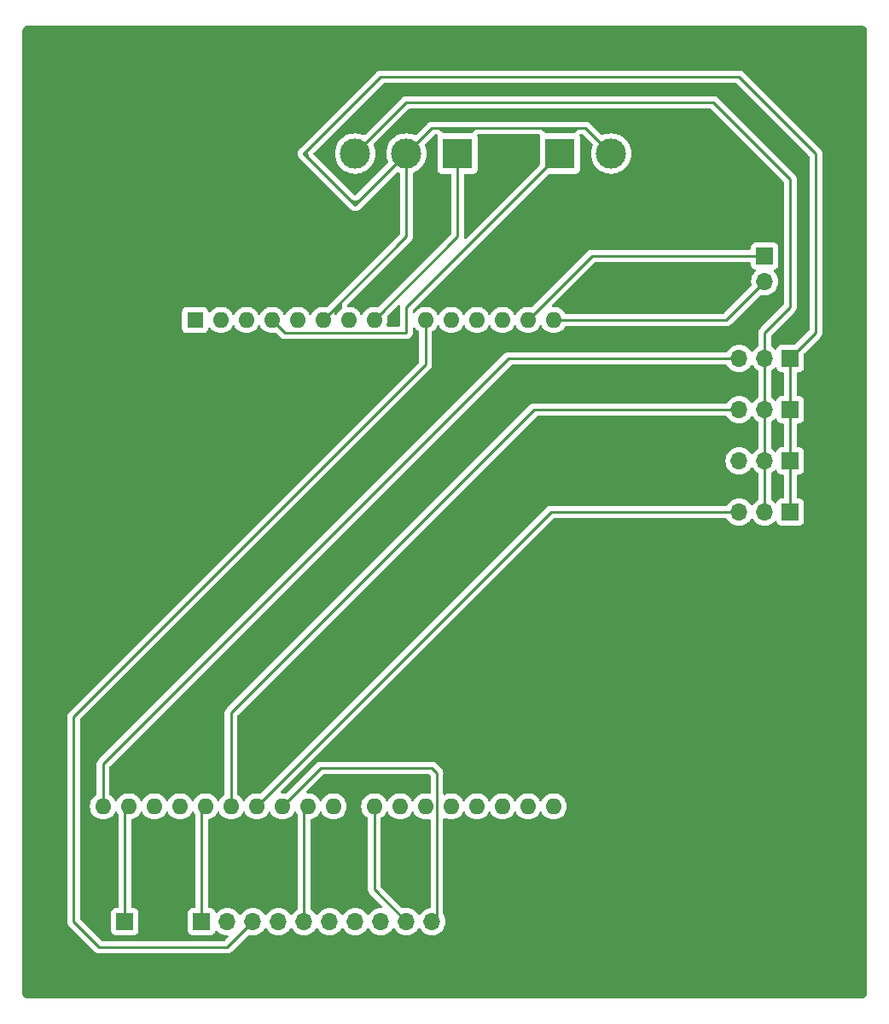
<source format=gbr>
%TF.GenerationSoftware,KiCad,Pcbnew,7.0.7*%
%TF.CreationDate,2023-10-23T09:45:21-04:00*%
%TF.ProjectId,RCKart,52434b61-7274-42e6-9b69-6361645f7063,rev?*%
%TF.SameCoordinates,Original*%
%TF.FileFunction,Copper,L1,Top*%
%TF.FilePolarity,Positive*%
%FSLAX46Y46*%
G04 Gerber Fmt 4.6, Leading zero omitted, Abs format (unit mm)*
G04 Created by KiCad (PCBNEW 7.0.7) date 2023-10-23 09:45:21*
%MOMM*%
%LPD*%
G01*
G04 APERTURE LIST*
%TA.AperFunction,ComponentPad*%
%ADD10R,1.700000X1.700000*%
%TD*%
%TA.AperFunction,ComponentPad*%
%ADD11O,1.700000X1.700000*%
%TD*%
%TA.AperFunction,ComponentPad*%
%ADD12R,3.000000X3.000000*%
%TD*%
%TA.AperFunction,ComponentPad*%
%ADD13C,3.000000*%
%TD*%
%TA.AperFunction,ComponentPad*%
%ADD14R,1.600000X1.600000*%
%TD*%
%TA.AperFunction,ComponentPad*%
%ADD15O,1.600000X1.600000*%
%TD*%
%TA.AperFunction,Conductor*%
%ADD16C,0.250000*%
%TD*%
G04 APERTURE END LIST*
D10*
%TO.P,J13,1,Pin_1*%
%TO.N,Net-(A1-D13)*%
X152400000Y-124460000D03*
D11*
%TO.P,J13,2,Pin_2*%
%TO.N,unconnected-(J13-Pin_2-Pad2)*%
X154940000Y-124460000D03*
%TO.P,J13,3,Pin_3*%
%TO.N,Net-(A1-A0)*%
X157480000Y-124460000D03*
%TO.P,J13,4,Pin_4*%
%TO.N,unconnected-(J13-Pin_4-Pad4)*%
X160020000Y-124460000D03*
%TO.P,J13,5,Pin_5*%
%TO.N,Net-(A1-D9)*%
X162560000Y-124460000D03*
%TO.P,J13,6,Pin_6*%
%TO.N,unconnected-(J13-Pin_6-Pad6)*%
X165100000Y-124460000D03*
%TO.P,J13,7,Pin_7*%
%TO.N,unconnected-(J13-Pin_7-Pad7)*%
X167640000Y-124460000D03*
%TO.P,J13,8,Pin_8*%
%TO.N,unconnected-(J13-Pin_8-Pad8)*%
X170180000Y-124460000D03*
%TO.P,J13,9,Pin_9*%
%TO.N,Net-(A1-D7)*%
X172720000Y-124460000D03*
%TO.P,J13,10,Pin_10*%
%TO.N,Net-(A1-D10)*%
X175260000Y-124460000D03*
%TD*%
D10*
%TO.P,J3,1,Pin_1*%
%TO.N,GND*%
X210820000Y-68580000D03*
D11*
%TO.P,J3,2,Pin_2*%
%TO.N,+5V*%
X208280000Y-68580000D03*
%TO.P,J3,3,Pin_3*%
%TO.N,Net-(J3-Pin_3)*%
X205740000Y-68580000D03*
%TD*%
D10*
%TO.P,J5,1,Pin_1*%
%TO.N,GND*%
X210820000Y-78740000D03*
D11*
%TO.P,J5,2,Pin_2*%
%TO.N,+5V*%
X208280000Y-78740000D03*
%TO.P,J5,3,Pin_3*%
%TO.N,unconnected-(J5-Pin_3-Pad3)*%
X205740000Y-78740000D03*
%TD*%
D10*
%TO.P,J8,1,Pin_1*%
%TO.N,GND*%
X210820000Y-83820000D03*
D11*
%TO.P,J8,2,Pin_2*%
%TO.N,+5V*%
X208280000Y-83820000D03*
%TO.P,J8,3,Pin_3*%
%TO.N,Net-(A1-D11)*%
X205740000Y-83820000D03*
%TD*%
D10*
%TO.P,J2,1,Pin_1*%
%TO.N,Net-(J2-Pin_1)*%
X208280000Y-58420000D03*
D11*
%TO.P,J2,2,Pin_2*%
%TO.N,Net-(J2-Pin_2)*%
X208280000Y-60960000D03*
%TD*%
D12*
%TO.P,J7,1,Pin_1*%
%TO.N,+3V3*%
X187960000Y-48260000D03*
D13*
%TO.P,J7,2,Pin_2*%
%TO.N,GND*%
X193040000Y-48260000D03*
%TD*%
D10*
%TO.P,J1,1,Pin_1*%
%TO.N,Net-(J1-Pin_1)*%
X144780000Y-124460000D03*
%TD*%
D14*
%TO.P,A1,1,NC*%
%TO.N,unconnected-(A1-NC-Pad1)*%
X151765000Y-64770000D03*
D15*
%TO.P,A1,2,IOREF*%
%TO.N,unconnected-(A1-IOREF-Pad2)*%
X154305000Y-64770000D03*
%TO.P,A1,3,~{RESET}*%
%TO.N,unconnected-(A1-~{RESET}-Pad3)*%
X156845000Y-64770000D03*
%TO.P,A1,4,3V3*%
%TO.N,+3V3*%
X159385000Y-64770000D03*
%TO.P,A1,5,+5V*%
%TO.N,unconnected-(A1-+5V-Pad5)*%
X161925000Y-64770000D03*
%TO.P,A1,6,GND*%
%TO.N,GND*%
X164465000Y-64770000D03*
%TO.P,A1,7,GND*%
%TO.N,unconnected-(A1-GND-Pad7)*%
X167005000Y-64770000D03*
%TO.P,A1,8,VIN*%
%TO.N,+12V*%
X169545000Y-64770000D03*
%TO.P,A1,9,A0*%
%TO.N,Net-(A1-A0)*%
X174625000Y-64770000D03*
%TO.P,A1,10,A1*%
%TO.N,unconnected-(A1-A1-Pad10)*%
X177165000Y-64770000D03*
%TO.P,A1,11,A2*%
%TO.N,unconnected-(A1-A2-Pad11)*%
X179705000Y-64770000D03*
%TO.P,A1,12,A3*%
%TO.N,unconnected-(A1-A3-Pad12)*%
X182245000Y-64770000D03*
%TO.P,A1,13,SDA/A4*%
%TO.N,Net-(J2-Pin_1)*%
X184785000Y-64770000D03*
%TO.P,A1,14,SCL/A5*%
%TO.N,Net-(J2-Pin_2)*%
X187325000Y-64770000D03*
%TO.P,A1,15,D0/RX*%
%TO.N,unconnected-(A1-D0{slash}RX-Pad15)*%
X187325000Y-113030000D03*
%TO.P,A1,16,D1/TX*%
%TO.N,unconnected-(A1-D1{slash}TX-Pad16)*%
X184785000Y-113030000D03*
%TO.P,A1,17,D2*%
%TO.N,UART*%
X182245000Y-113030000D03*
%TO.P,A1,18,D3*%
%TO.N,unconnected-(A1-D3-Pad18)*%
X179705000Y-113030000D03*
%TO.P,A1,19,D4*%
%TO.N,unconnected-(A1-D4-Pad19)*%
X177165000Y-113030000D03*
%TO.P,A1,20,D5*%
%TO.N,unconnected-(A1-D5-Pad20)*%
X174625000Y-113030000D03*
%TO.P,A1,21,D6*%
%TO.N,unconnected-(A1-D6-Pad21)*%
X172085000Y-113030000D03*
%TO.P,A1,22,D7*%
%TO.N,Net-(A1-D7)*%
X169545000Y-113030000D03*
%TO.P,A1,23,D8*%
%TO.N,UART*%
X165485000Y-113030000D03*
%TO.P,A1,24,D9*%
%TO.N,Net-(A1-D9)*%
X162945000Y-113030000D03*
%TO.P,A1,25,D10*%
%TO.N,Net-(A1-D10)*%
X160405000Y-113030000D03*
%TO.P,A1,26,D11*%
%TO.N,Net-(A1-D11)*%
X157865000Y-113030000D03*
%TO.P,A1,27,D12*%
%TO.N,Net-(A1-D12)*%
X155325000Y-113030000D03*
%TO.P,A1,28,D13*%
%TO.N,Net-(A1-D13)*%
X152785000Y-113030000D03*
%TO.P,A1,29,GND*%
%TO.N,unconnected-(A1-GND-Pad29)*%
X150245000Y-113030000D03*
%TO.P,A1,30,AREF*%
%TO.N,unconnected-(A1-AREF-Pad30)*%
X147705000Y-113030000D03*
%TO.P,A1,31,SDA/A4*%
%TO.N,Net-(J1-Pin_1)*%
X145165000Y-113030000D03*
%TO.P,A1,32,SCL/A5*%
%TO.N,Net-(J3-Pin_3)*%
X142625000Y-113030000D03*
%TD*%
D10*
%TO.P,J4,1,Pin_1*%
%TO.N,GND*%
X210820000Y-73660000D03*
D11*
%TO.P,J4,2,Pin_2*%
%TO.N,+5V*%
X208280000Y-73660000D03*
%TO.P,J4,3,Pin_3*%
%TO.N,Net-(A1-D12)*%
X205740000Y-73660000D03*
%TD*%
D12*
%TO.P,J6,1,Pin_1*%
%TO.N,+12V*%
X177800000Y-48260000D03*
D13*
%TO.P,J6,2,Pin_2*%
%TO.N,GND*%
X172720000Y-48260000D03*
%TO.P,J6,3,Pin_3*%
%TO.N,+5V*%
X167640000Y-48260000D03*
%TD*%
D16*
%TO.N,+3V3*%
X172720000Y-63500000D02*
X172720000Y-66040000D01*
X172720000Y-66040000D02*
X160655000Y-66040000D01*
X187960000Y-48260000D02*
X172720000Y-63500000D01*
X160655000Y-66040000D02*
X159385000Y-64770000D01*
%TO.N,GND*%
X210820000Y-68580000D02*
X210820000Y-73660000D01*
X172720000Y-48260000D02*
X172720000Y-56515000D01*
X210820000Y-73660000D02*
X210820000Y-78740000D01*
X190500000Y-45720000D02*
X193040000Y-48260000D01*
X213360000Y-66040000D02*
X210820000Y-68580000D01*
X213360000Y-48260000D02*
X213360000Y-66040000D01*
X170180000Y-40640000D02*
X205740000Y-40640000D01*
X175260000Y-45720000D02*
X190500000Y-45720000D01*
X205740000Y-40640000D02*
X213360000Y-48260000D01*
X162560000Y-48260000D02*
X170180000Y-40640000D01*
X172720000Y-48260000D02*
X167640000Y-53340000D01*
X172720000Y-48260000D02*
X175260000Y-45720000D01*
X210820000Y-78740000D02*
X210820000Y-83820000D01*
X172720000Y-56515000D02*
X164465000Y-64770000D01*
X167640000Y-53340000D02*
X162560000Y-48260000D01*
%TO.N,+12V*%
X177800000Y-56515000D02*
X169545000Y-64770000D01*
X177800000Y-48260000D02*
X177800000Y-56515000D01*
%TO.N,Net-(A1-A0)*%
X154940000Y-127000000D02*
X142240000Y-127000000D01*
X139700000Y-124460000D02*
X139700000Y-104140000D01*
X157480000Y-124460000D02*
X154940000Y-127000000D01*
X174625000Y-69215000D02*
X174625000Y-64770000D01*
X142240000Y-127000000D02*
X139700000Y-124460000D01*
X139700000Y-104140000D02*
X174625000Y-69215000D01*
%TO.N,Net-(J2-Pin_1)*%
X191135000Y-58420000D02*
X208280000Y-58420000D01*
X184785000Y-64770000D02*
X191135000Y-58420000D01*
%TO.N,Net-(J2-Pin_2)*%
X187325000Y-64770000D02*
X204470000Y-64770000D01*
X204470000Y-64770000D02*
X208280000Y-60960000D01*
%TO.N,Net-(A1-D7)*%
X169545000Y-113030000D02*
X169545000Y-121285000D01*
X169545000Y-121285000D02*
X172720000Y-124460000D01*
%TO.N,Net-(A1-D9)*%
X162560000Y-113415000D02*
X162945000Y-113030000D01*
X162560000Y-124460000D02*
X162560000Y-113415000D01*
%TO.N,Net-(A1-D10)*%
X160405000Y-113030000D02*
X164215000Y-109220000D01*
X175750000Y-123970000D02*
X175260000Y-124460000D01*
X164215000Y-109220000D02*
X175260000Y-109220000D01*
X175260000Y-109220000D02*
X175750000Y-109710000D01*
X175750000Y-109710000D02*
X175750000Y-123970000D01*
%TO.N,Net-(A1-D11)*%
X187075000Y-83820000D02*
X157865000Y-113030000D01*
X205740000Y-83820000D02*
X187075000Y-83820000D01*
%TO.N,Net-(A1-D12)*%
X205740000Y-73660000D02*
X185420000Y-73660000D01*
X185420000Y-73660000D02*
X155325000Y-103755000D01*
X155325000Y-103755000D02*
X155325000Y-113030000D01*
%TO.N,Net-(A1-D13)*%
X152400000Y-124460000D02*
X152400000Y-113415000D01*
X152400000Y-113415000D02*
X152785000Y-113030000D01*
%TO.N,Net-(J1-Pin_1)*%
X144780000Y-124460000D02*
X144780000Y-113415000D01*
X144780000Y-113415000D02*
X145165000Y-113030000D01*
%TO.N,Net-(J3-Pin_3)*%
X182880000Y-68580000D02*
X142625000Y-108835000D01*
X205740000Y-68580000D02*
X182880000Y-68580000D01*
X142625000Y-108835000D02*
X142625000Y-113030000D01*
%TO.N,+5V*%
X167640000Y-48260000D02*
X172720000Y-43180000D01*
X210820000Y-50800000D02*
X210820000Y-63500000D01*
X172720000Y-43180000D02*
X203200000Y-43180000D01*
X208280000Y-78740000D02*
X208280000Y-83820000D01*
X208280000Y-73660000D02*
X208280000Y-78740000D01*
X203200000Y-43180000D02*
X210820000Y-50800000D01*
X210820000Y-63500000D02*
X208280000Y-66040000D01*
X208280000Y-68580000D02*
X208280000Y-73660000D01*
X208280000Y-66040000D02*
X208280000Y-68580000D01*
%TD*%
%TA.AperFunction,Conductor*%
%TO.N,GND*%
G36*
X213449713Y-65712851D02*
G01*
X213478738Y-65776406D01*
X213480000Y-65794054D01*
X213480000Y-66013524D01*
X213480280Y-66025424D01*
X213480581Y-66031830D01*
X213464065Y-66099719D01*
X213447110Y-66122533D01*
X213417194Y-66154390D01*
X213413364Y-66158131D01*
X213396191Y-66173513D01*
X213396189Y-66173514D01*
X213396184Y-66173520D01*
X213312507Y-66257197D01*
X213299135Y-66270569D01*
X213237811Y-66304053D01*
X213168120Y-66299069D01*
X213112187Y-66257197D01*
X213087770Y-66191732D01*
X213102622Y-66123460D01*
X213110869Y-66110370D01*
X213140067Y-66069881D01*
X213199838Y-65939004D01*
X213219523Y-65871965D01*
X213219524Y-65871961D01*
X213233263Y-65776406D01*
X213262287Y-65712852D01*
X213321065Y-65675077D01*
X213390934Y-65675077D01*
X213449713Y-65712851D01*
G37*
%TD.AperFunction*%
%TA.AperFunction,Conductor*%
G36*
X166390169Y-62777636D02*
G01*
X166446102Y-62819508D01*
X166470519Y-62884972D01*
X166455667Y-62953245D01*
X166444305Y-62970470D01*
X166440235Y-62975644D01*
X166440232Y-62975649D01*
X166373287Y-63103009D01*
X166373285Y-63103013D01*
X166349912Y-63168848D01*
X166349907Y-63168859D01*
X166321557Y-63309916D01*
X166334098Y-63453251D01*
X166350031Y-63521280D01*
X166351272Y-63524453D01*
X166357355Y-63594057D01*
X166324841Y-63655901D01*
X166306912Y-63671188D01*
X166165856Y-63769956D01*
X166004954Y-63930858D01*
X165901309Y-64078881D01*
X165874432Y-64117266D01*
X165874315Y-64117518D01*
X165847106Y-64175867D01*
X165800933Y-64228306D01*
X165733739Y-64247457D01*
X165666858Y-64227241D01*
X165622342Y-64175865D01*
X165595135Y-64117520D01*
X165595134Y-64117518D01*
X165464657Y-63931179D01*
X165387065Y-63853587D01*
X165353580Y-63792264D01*
X165358564Y-63722572D01*
X165387061Y-63678230D01*
X166259156Y-62806135D01*
X166320477Y-62772652D01*
X166390169Y-62777636D01*
G37*
%TD.AperFunction*%
%TA.AperFunction,Conductor*%
G36*
X172809713Y-56187852D02*
G01*
X172838738Y-56251407D01*
X172840000Y-56269055D01*
X172840000Y-56488524D01*
X172840280Y-56500424D01*
X172840581Y-56506830D01*
X172824065Y-56574719D01*
X172807110Y-56597533D01*
X172777194Y-56629390D01*
X172773364Y-56633131D01*
X172756191Y-56648513D01*
X172756189Y-56648514D01*
X172756184Y-56648520D01*
X172672510Y-56732194D01*
X172659138Y-56745566D01*
X172597814Y-56779050D01*
X172528123Y-56774066D01*
X172472190Y-56732194D01*
X172447773Y-56666729D01*
X172462625Y-56598457D01*
X172470880Y-56585357D01*
X172500067Y-56544882D01*
X172559838Y-56414005D01*
X172579523Y-56346966D01*
X172579524Y-56346962D01*
X172593263Y-56251407D01*
X172622287Y-56187853D01*
X172681065Y-56150078D01*
X172750934Y-56150078D01*
X172809713Y-56187852D01*
G37*
%TD.AperFunction*%
%TA.AperFunction,Conductor*%
G36*
X168180953Y-52743979D02*
G01*
X168230359Y-52793384D01*
X168245211Y-52861657D01*
X168220795Y-52927122D01*
X168209208Y-52940493D01*
X167734501Y-53415202D01*
X167730221Y-53419759D01*
X167669977Y-53455148D01*
X167600163Y-53452349D01*
X167554973Y-53425279D01*
X167550356Y-53420945D01*
X167549011Y-53419759D01*
X167542212Y-53413765D01*
X167528436Y-53399507D01*
X167529369Y-53400641D01*
X167529493Y-53400784D01*
X167521416Y-53391909D01*
X167513468Y-53383174D01*
X167513461Y-53383166D01*
X167082494Y-52952199D01*
X167049009Y-52890876D01*
X167053993Y-52821184D01*
X167095865Y-52765251D01*
X167161329Y-52740834D01*
X167229602Y-52755686D01*
X167247982Y-52767967D01*
X167279015Y-52792976D01*
X167279017Y-52792977D01*
X167279018Y-52792978D01*
X167307671Y-52811393D01*
X167323370Y-52821482D01*
X167370112Y-52844879D01*
X167420014Y-52869858D01*
X167420020Y-52869859D01*
X167420022Y-52869860D01*
X167560594Y-52900439D01*
X167560598Y-52900439D01*
X167560606Y-52900441D01*
X167621575Y-52904801D01*
X167630296Y-52905425D01*
X167630298Y-52905425D01*
X167630299Y-52905425D01*
X167639877Y-52904739D01*
X167773809Y-52895161D01*
X167908618Y-52844879D01*
X167969941Y-52811394D01*
X168047216Y-52753545D01*
X168112680Y-52729128D01*
X168180953Y-52743979D01*
G37*
%TD.AperFunction*%
%TA.AperFunction,Conductor*%
G36*
X163078821Y-47673983D02*
G01*
X163134755Y-47715854D01*
X163159172Y-47781319D01*
X163144320Y-47849592D01*
X163132040Y-47867970D01*
X163107025Y-47899011D01*
X163078516Y-47943370D01*
X163030142Y-48040011D01*
X163030138Y-48040022D01*
X162999559Y-48180594D01*
X162999558Y-48180606D01*
X162994574Y-48250296D01*
X162994574Y-48250299D01*
X163004838Y-48393809D01*
X163044819Y-48501002D01*
X163055120Y-48528618D01*
X163082555Y-48578861D01*
X163088605Y-48589941D01*
X163088606Y-48589943D01*
X163146456Y-48667222D01*
X163170873Y-48732687D01*
X163156021Y-48800959D01*
X163106615Y-48850364D01*
X163038342Y-48865216D01*
X162972878Y-48840799D01*
X162959508Y-48829213D01*
X162484768Y-48354473D01*
X162484767Y-48354472D01*
X162480263Y-48350244D01*
X162444857Y-48290013D01*
X162447635Y-48220199D01*
X162474720Y-48174970D01*
X162479052Y-48170356D01*
X162486221Y-48162223D01*
X162500717Y-48148251D01*
X162499456Y-48149282D01*
X162499227Y-48149480D01*
X162516824Y-48133468D01*
X162947809Y-47702482D01*
X163009130Y-47668999D01*
X163078821Y-47673983D01*
G37*
%TD.AperFunction*%
%TA.AperFunction,Conductor*%
G36*
X213257573Y-47989653D02*
G01*
X213270944Y-48001239D01*
X213426156Y-48156451D01*
X213434786Y-48164683D01*
X213436730Y-48166451D01*
X213439458Y-48168933D01*
X213475802Y-48228604D01*
X213479956Y-48256767D01*
X213481328Y-48300469D01*
X213481265Y-48305818D01*
X213480000Y-48328839D01*
X213480000Y-48466067D01*
X213460315Y-48533106D01*
X213407511Y-48578861D01*
X213338353Y-48588805D01*
X213274797Y-48559780D01*
X213237023Y-48501002D01*
X213233597Y-48485904D01*
X213230382Y-48466067D01*
X213225613Y-48436640D01*
X213175332Y-48301832D01*
X213168878Y-48290013D01*
X213141851Y-48240516D01*
X213141850Y-48240515D01*
X213141848Y-48240511D01*
X213083995Y-48163229D01*
X213059579Y-48097766D01*
X213074431Y-48029493D01*
X213123836Y-47980088D01*
X213192109Y-47965236D01*
X213257573Y-47989653D01*
G37*
%TD.AperFunction*%
%TA.AperFunction,Conductor*%
G36*
X179820830Y-45619685D02*
G01*
X179866585Y-45672489D01*
X179876529Y-45741647D01*
X179847504Y-45805203D01*
X179788726Y-45842977D01*
X179773626Y-45846403D01*
X179724378Y-45854383D01*
X179724372Y-45854384D01*
X179589569Y-45904661D01*
X179589566Y-45904662D01*
X179549900Y-45926320D01*
X179528242Y-45938147D01*
X179528234Y-45938151D01*
X179528230Y-45938153D01*
X179413052Y-46024374D01*
X179326829Y-46139554D01*
X179326828Y-46139556D01*
X179315082Y-46161067D01*
X179296593Y-46194927D01*
X179247190Y-46244332D01*
X179187762Y-46259500D01*
X176415247Y-46259500D01*
X176348208Y-46239815D01*
X176310932Y-46202540D01*
X176236654Y-46086962D01*
X176236645Y-46086951D01*
X176190901Y-46034159D01*
X176190897Y-46034156D01*
X176190895Y-46034153D01*
X176082161Y-45939933D01*
X176082158Y-45939931D01*
X176082156Y-45939930D01*
X175951290Y-45880164D01*
X175951285Y-45880162D01*
X175951284Y-45880162D01*
X175928683Y-45873525D01*
X175884250Y-45860478D01*
X175884244Y-45860476D01*
X175821564Y-45851464D01*
X175788687Y-45846737D01*
X175725133Y-45817713D01*
X175687358Y-45758935D01*
X175687358Y-45689066D01*
X175725132Y-45630287D01*
X175788688Y-45601262D01*
X175806335Y-45600000D01*
X179753791Y-45600000D01*
X179820830Y-45619685D01*
G37*
%TD.AperFunction*%
%TA.AperFunction,Conductor*%
G36*
X189980830Y-45619685D02*
G01*
X190026585Y-45672489D01*
X190036529Y-45741647D01*
X190007504Y-45805203D01*
X189948726Y-45842977D01*
X189933626Y-45846403D01*
X189884378Y-45854383D01*
X189884372Y-45854384D01*
X189749569Y-45904661D01*
X189749566Y-45904662D01*
X189709900Y-45926320D01*
X189688242Y-45938147D01*
X189688234Y-45938151D01*
X189688230Y-45938153D01*
X189573052Y-46024374D01*
X189486829Y-46139554D01*
X189486828Y-46139556D01*
X189475082Y-46161067D01*
X189456593Y-46194927D01*
X189407190Y-46244332D01*
X189347762Y-46259500D01*
X186575247Y-46259500D01*
X186508208Y-46239815D01*
X186470932Y-46202540D01*
X186396654Y-46086962D01*
X186396645Y-46086951D01*
X186350901Y-46034159D01*
X186350897Y-46034156D01*
X186350895Y-46034153D01*
X186242161Y-45939933D01*
X186242158Y-45939931D01*
X186242156Y-45939930D01*
X186111290Y-45880164D01*
X186111285Y-45880162D01*
X186111284Y-45880162D01*
X186088683Y-45873525D01*
X186044250Y-45860478D01*
X186044244Y-45860476D01*
X185981564Y-45851464D01*
X185948687Y-45846737D01*
X185885133Y-45817713D01*
X185847358Y-45758935D01*
X185847358Y-45689066D01*
X185885132Y-45630287D01*
X185948688Y-45601262D01*
X185966335Y-45600000D01*
X189913791Y-45600000D01*
X189980830Y-45619685D01*
G37*
%TD.AperFunction*%
%TA.AperFunction,Conductor*%
G36*
X175305800Y-45598731D02*
G01*
X175328839Y-45600000D01*
X175328844Y-45600000D01*
X175466070Y-45600000D01*
X175533109Y-45619685D01*
X175578864Y-45672489D01*
X175588808Y-45741647D01*
X175559783Y-45805203D01*
X175501005Y-45842977D01*
X175485905Y-45846403D01*
X175436646Y-45854385D01*
X175436643Y-45854385D01*
X175301838Y-45904666D01*
X175240514Y-45938151D01*
X175240512Y-45938152D01*
X175240511Y-45938153D01*
X175195860Y-45971578D01*
X175163220Y-45996012D01*
X175097755Y-46020428D01*
X175029482Y-46005576D01*
X174980077Y-45956170D01*
X174965226Y-45887897D01*
X174989644Y-45822433D01*
X175001216Y-45809075D01*
X175156428Y-45653865D01*
X175164646Y-45645251D01*
X175168943Y-45640527D01*
X175228620Y-45604192D01*
X175256759Y-45600043D01*
X175258126Y-45600000D01*
X175258146Y-45600000D01*
X175300458Y-45598669D01*
X175305800Y-45598731D01*
G37*
%TD.AperFunction*%
%TA.AperFunction,Conductor*%
G36*
X190559708Y-45615927D02*
G01*
X190582537Y-45632891D01*
X190583522Y-45633816D01*
X190583531Y-45633825D01*
X190604871Y-45653865D01*
X190614411Y-45662824D01*
X190618146Y-45666648D01*
X190623378Y-45672489D01*
X190633532Y-45683827D01*
X190730564Y-45780859D01*
X190764049Y-45842182D01*
X190759065Y-45911874D01*
X190717193Y-45967807D01*
X190651729Y-45992224D01*
X190583456Y-45977372D01*
X190570357Y-45969118D01*
X190529884Y-45939933D01*
X190399010Y-45880163D01*
X190331973Y-45860478D01*
X190331967Y-45860476D01*
X190269287Y-45851464D01*
X190236410Y-45846737D01*
X190172856Y-45817713D01*
X190135081Y-45758935D01*
X190135081Y-45689066D01*
X190172855Y-45630287D01*
X190236411Y-45601262D01*
X190254058Y-45600000D01*
X190473525Y-45600000D01*
X190473527Y-45600000D01*
X190485421Y-45599720D01*
X190491820Y-45599418D01*
X190559708Y-45615927D01*
G37*
%TD.AperFunction*%
%TA.AperFunction,Conductor*%
G36*
X170225800Y-40518731D02*
G01*
X170248839Y-40520000D01*
X170248844Y-40520000D01*
X170386070Y-40520000D01*
X170453109Y-40539685D01*
X170498864Y-40592489D01*
X170508808Y-40661647D01*
X170479783Y-40725203D01*
X170421005Y-40762977D01*
X170405905Y-40766403D01*
X170356648Y-40774385D01*
X170221836Y-40824666D01*
X170160520Y-40858147D01*
X170160515Y-40858149D01*
X170083224Y-40916008D01*
X170017759Y-40940424D01*
X169949486Y-40925572D01*
X169900081Y-40876166D01*
X169885230Y-40807893D01*
X169909648Y-40742429D01*
X169921226Y-40729065D01*
X169998830Y-40651461D01*
X170076429Y-40573864D01*
X170084640Y-40565257D01*
X170085786Y-40563996D01*
X170088936Y-40560535D01*
X170148609Y-40524195D01*
X170176758Y-40520043D01*
X170178125Y-40520000D01*
X170178146Y-40520000D01*
X170220458Y-40518669D01*
X170225800Y-40518731D01*
G37*
%TD.AperFunction*%
%TA.AperFunction,Conductor*%
G36*
X205799708Y-40535927D02*
G01*
X205822537Y-40552891D01*
X205823522Y-40553816D01*
X205823531Y-40553825D01*
X205835697Y-40565250D01*
X205854411Y-40582824D01*
X205858146Y-40586648D01*
X205863378Y-40592489D01*
X205873532Y-40603827D01*
X205970564Y-40700859D01*
X206004049Y-40762182D01*
X205999065Y-40831874D01*
X205957193Y-40887807D01*
X205891729Y-40912224D01*
X205823456Y-40897372D01*
X205810357Y-40889118D01*
X205769884Y-40859933D01*
X205639010Y-40800163D01*
X205571973Y-40780478D01*
X205571967Y-40780476D01*
X205509287Y-40771464D01*
X205476410Y-40766737D01*
X205412856Y-40737713D01*
X205375081Y-40678935D01*
X205375081Y-40609066D01*
X205412855Y-40550287D01*
X205476411Y-40521262D01*
X205494058Y-40520000D01*
X205713525Y-40520000D01*
X205713527Y-40520000D01*
X205725421Y-40519720D01*
X205731820Y-40519418D01*
X205799708Y-40535927D01*
G37*
%TD.AperFunction*%
%TD*%
%TA.AperFunction,NonConductor*%
G36*
X217947829Y-35561030D02*
G01*
X218037227Y-35572800D01*
X218053223Y-35574906D01*
X218084491Y-35583284D01*
X218174918Y-35620740D01*
X218202952Y-35636925D01*
X218280602Y-35696509D01*
X218303491Y-35719398D01*
X218363074Y-35797048D01*
X218379259Y-35825081D01*
X218416715Y-35915508D01*
X218425093Y-35946776D01*
X218438968Y-36052166D01*
X218439499Y-36060268D01*
X218439499Y-131579730D01*
X218438968Y-131587831D01*
X218425093Y-131693223D01*
X218416715Y-131724491D01*
X218379259Y-131814918D01*
X218363074Y-131842951D01*
X218303491Y-131920601D01*
X218280601Y-131943491D01*
X218202951Y-132003074D01*
X218174918Y-132019259D01*
X218084491Y-132056715D01*
X218053224Y-132065093D01*
X217968747Y-132076215D01*
X217947829Y-132078969D01*
X217939732Y-132079500D01*
X135120268Y-132079500D01*
X135112170Y-132078969D01*
X135088503Y-132075853D01*
X135006775Y-132065093D01*
X134975508Y-132056715D01*
X134885081Y-132019259D01*
X134857048Y-132003074D01*
X134779398Y-131943491D01*
X134756508Y-131920601D01*
X134696925Y-131842951D01*
X134680740Y-131814918D01*
X134643284Y-131724491D01*
X134634906Y-131693223D01*
X134621031Y-131587831D01*
X134620500Y-131579730D01*
X134620500Y-104120195D01*
X139069840Y-104120195D01*
X139074225Y-104166583D01*
X139074500Y-104172421D01*
X139074500Y-124377255D01*
X139072775Y-124392872D01*
X139073061Y-124392899D01*
X139072326Y-124400665D01*
X139074500Y-124469814D01*
X139074500Y-124499343D01*
X139074501Y-124499360D01*
X139075368Y-124506231D01*
X139075826Y-124512050D01*
X139077290Y-124558624D01*
X139077291Y-124558627D01*
X139082880Y-124577867D01*
X139086824Y-124596911D01*
X139089336Y-124616791D01*
X139106490Y-124660119D01*
X139108382Y-124665647D01*
X139121381Y-124710388D01*
X139131580Y-124727634D01*
X139140138Y-124745103D01*
X139147514Y-124763732D01*
X139174898Y-124801423D01*
X139178106Y-124806307D01*
X139201827Y-124846416D01*
X139201833Y-124846424D01*
X139215990Y-124860580D01*
X139228628Y-124875376D01*
X139240405Y-124891586D01*
X139240406Y-124891587D01*
X139276309Y-124921288D01*
X139280620Y-124925210D01*
X141729607Y-127374198D01*
X141739197Y-127383788D01*
X141749022Y-127396051D01*
X141749243Y-127395869D01*
X141754214Y-127401878D01*
X141775043Y-127421437D01*
X141804635Y-127449226D01*
X141825529Y-127470120D01*
X141831011Y-127474373D01*
X141835443Y-127478157D01*
X141869418Y-127510062D01*
X141886976Y-127519714D01*
X141903235Y-127530395D01*
X141919064Y-127542673D01*
X141961838Y-127561182D01*
X141967056Y-127563738D01*
X142007908Y-127586197D01*
X142027316Y-127591180D01*
X142045717Y-127597480D01*
X142064104Y-127605437D01*
X142107488Y-127612308D01*
X142110119Y-127612725D01*
X142115839Y-127613909D01*
X142160981Y-127625500D01*
X142181016Y-127625500D01*
X142200414Y-127627026D01*
X142220194Y-127630159D01*
X142220195Y-127630160D01*
X142220195Y-127630159D01*
X142220196Y-127630160D01*
X142266583Y-127625775D01*
X142272422Y-127625500D01*
X154857257Y-127625500D01*
X154872877Y-127627224D01*
X154872904Y-127626939D01*
X154880660Y-127627671D01*
X154880667Y-127627673D01*
X154949814Y-127625500D01*
X154979350Y-127625500D01*
X154986228Y-127624630D01*
X154992041Y-127624172D01*
X155038627Y-127622709D01*
X155057869Y-127617117D01*
X155076912Y-127613174D01*
X155096792Y-127610664D01*
X155140122Y-127593507D01*
X155145646Y-127591617D01*
X155149396Y-127590527D01*
X155190390Y-127578618D01*
X155207629Y-127568422D01*
X155225103Y-127559862D01*
X155243727Y-127552488D01*
X155243727Y-127552487D01*
X155243732Y-127552486D01*
X155281449Y-127525082D01*
X155286305Y-127521892D01*
X155326420Y-127498170D01*
X155340589Y-127483999D01*
X155355379Y-127471368D01*
X155371587Y-127459594D01*
X155401299Y-127423676D01*
X155405212Y-127419376D01*
X157024353Y-125800235D01*
X157085674Y-125766752D01*
X157144125Y-125768143D01*
X157178780Y-125777428D01*
X157244592Y-125795063D01*
X157421034Y-125810500D01*
X157479999Y-125815659D01*
X157480000Y-125815659D01*
X157480001Y-125815659D01*
X157538966Y-125810500D01*
X157715408Y-125795063D01*
X157943663Y-125733903D01*
X158157830Y-125634035D01*
X158351401Y-125498495D01*
X158518495Y-125331401D01*
X158648426Y-125145841D01*
X158703002Y-125102217D01*
X158772500Y-125095023D01*
X158834855Y-125126546D01*
X158851575Y-125145842D01*
X158981500Y-125331395D01*
X158981505Y-125331401D01*
X159148599Y-125498495D01*
X159245384Y-125566264D01*
X159342165Y-125634032D01*
X159342167Y-125634033D01*
X159342170Y-125634035D01*
X159556337Y-125733903D01*
X159784592Y-125795063D01*
X159961034Y-125810500D01*
X160019999Y-125815659D01*
X160020000Y-125815659D01*
X160020001Y-125815659D01*
X160078966Y-125810500D01*
X160255408Y-125795063D01*
X160483663Y-125733903D01*
X160697830Y-125634035D01*
X160891401Y-125498495D01*
X161058495Y-125331401D01*
X161188426Y-125145841D01*
X161243002Y-125102217D01*
X161312500Y-125095023D01*
X161374855Y-125126546D01*
X161391575Y-125145842D01*
X161521500Y-125331395D01*
X161521505Y-125331401D01*
X161688599Y-125498495D01*
X161785384Y-125566264D01*
X161882165Y-125634032D01*
X161882167Y-125634033D01*
X161882170Y-125634035D01*
X162096337Y-125733903D01*
X162324592Y-125795063D01*
X162501034Y-125810500D01*
X162559999Y-125815659D01*
X162560000Y-125815659D01*
X162560001Y-125815659D01*
X162618966Y-125810500D01*
X162795408Y-125795063D01*
X163023663Y-125733903D01*
X163237830Y-125634035D01*
X163431401Y-125498495D01*
X163598495Y-125331401D01*
X163728426Y-125145841D01*
X163783002Y-125102217D01*
X163852500Y-125095023D01*
X163914855Y-125126546D01*
X163931575Y-125145842D01*
X164061500Y-125331395D01*
X164061505Y-125331401D01*
X164228599Y-125498495D01*
X164325384Y-125566264D01*
X164422165Y-125634032D01*
X164422167Y-125634033D01*
X164422170Y-125634035D01*
X164636337Y-125733903D01*
X164864592Y-125795063D01*
X165041034Y-125810500D01*
X165099999Y-125815659D01*
X165100000Y-125815659D01*
X165100001Y-125815659D01*
X165158966Y-125810500D01*
X165335408Y-125795063D01*
X165563663Y-125733903D01*
X165777830Y-125634035D01*
X165971401Y-125498495D01*
X166138495Y-125331401D01*
X166268426Y-125145841D01*
X166323002Y-125102217D01*
X166392500Y-125095023D01*
X166454855Y-125126546D01*
X166471575Y-125145842D01*
X166601500Y-125331395D01*
X166601505Y-125331401D01*
X166768599Y-125498495D01*
X166865384Y-125566264D01*
X166962165Y-125634032D01*
X166962167Y-125634033D01*
X166962170Y-125634035D01*
X167176337Y-125733903D01*
X167404592Y-125795063D01*
X167581034Y-125810500D01*
X167639999Y-125815659D01*
X167640000Y-125815659D01*
X167640001Y-125815659D01*
X167698966Y-125810500D01*
X167875408Y-125795063D01*
X168103663Y-125733903D01*
X168317830Y-125634035D01*
X168511401Y-125498495D01*
X168678495Y-125331401D01*
X168808426Y-125145841D01*
X168863002Y-125102217D01*
X168932500Y-125095023D01*
X168994855Y-125126546D01*
X169011575Y-125145842D01*
X169141500Y-125331395D01*
X169141505Y-125331401D01*
X169308599Y-125498495D01*
X169405384Y-125566264D01*
X169502165Y-125634032D01*
X169502167Y-125634033D01*
X169502170Y-125634035D01*
X169716337Y-125733903D01*
X169944592Y-125795063D01*
X170121034Y-125810500D01*
X170179999Y-125815659D01*
X170180000Y-125815659D01*
X170180001Y-125815659D01*
X170238966Y-125810500D01*
X170415408Y-125795063D01*
X170643663Y-125733903D01*
X170857830Y-125634035D01*
X171051401Y-125498495D01*
X171218495Y-125331401D01*
X171348426Y-125145840D01*
X171403001Y-125102217D01*
X171472499Y-125095023D01*
X171534854Y-125126546D01*
X171551574Y-125145841D01*
X171681505Y-125331401D01*
X171848599Y-125498495D01*
X171945384Y-125566265D01*
X172042165Y-125634032D01*
X172042167Y-125634033D01*
X172042170Y-125634035D01*
X172256337Y-125733903D01*
X172484592Y-125795063D01*
X172661034Y-125810500D01*
X172719999Y-125815659D01*
X172720000Y-125815659D01*
X172720001Y-125815659D01*
X172778966Y-125810500D01*
X172955408Y-125795063D01*
X173183663Y-125733903D01*
X173397830Y-125634035D01*
X173591401Y-125498495D01*
X173758495Y-125331401D01*
X173888426Y-125145841D01*
X173943002Y-125102217D01*
X174012500Y-125095023D01*
X174074855Y-125126546D01*
X174091575Y-125145842D01*
X174221500Y-125331395D01*
X174221505Y-125331401D01*
X174388599Y-125498495D01*
X174485384Y-125566265D01*
X174582165Y-125634032D01*
X174582167Y-125634033D01*
X174582170Y-125634035D01*
X174796337Y-125733903D01*
X175024592Y-125795063D01*
X175201034Y-125810500D01*
X175259999Y-125815659D01*
X175260000Y-125815659D01*
X175260001Y-125815659D01*
X175318966Y-125810500D01*
X175495408Y-125795063D01*
X175723663Y-125733903D01*
X175937830Y-125634035D01*
X176131401Y-125498495D01*
X176298495Y-125331401D01*
X176434035Y-125137830D01*
X176533903Y-124923663D01*
X176595063Y-124695408D01*
X176615659Y-124460000D01*
X176595063Y-124224592D01*
X176533903Y-123996337D01*
X176434035Y-123782171D01*
X176428424Y-123774158D01*
X176397925Y-123730600D01*
X176375598Y-123664394D01*
X176375500Y-123659477D01*
X176375500Y-114291434D01*
X176395185Y-114224395D01*
X176447989Y-114178640D01*
X176517147Y-114168696D01*
X176551904Y-114179051D01*
X176718504Y-114256739D01*
X176938308Y-114315635D01*
X177100230Y-114329801D01*
X177164998Y-114335468D01*
X177165000Y-114335468D01*
X177165002Y-114335468D01*
X177221673Y-114330509D01*
X177391692Y-114315635D01*
X177611496Y-114256739D01*
X177817734Y-114160568D01*
X178004139Y-114030047D01*
X178165047Y-113869139D01*
X178295568Y-113682734D01*
X178322618Y-113624724D01*
X178368790Y-113572285D01*
X178435983Y-113553133D01*
X178502865Y-113573348D01*
X178547382Y-113624725D01*
X178574429Y-113682728D01*
X178574432Y-113682734D01*
X178704954Y-113869141D01*
X178865858Y-114030045D01*
X178865861Y-114030047D01*
X179052266Y-114160568D01*
X179258504Y-114256739D01*
X179478308Y-114315635D01*
X179640230Y-114329801D01*
X179704998Y-114335468D01*
X179705000Y-114335468D01*
X179705002Y-114335468D01*
X179761672Y-114330509D01*
X179931692Y-114315635D01*
X180151496Y-114256739D01*
X180357734Y-114160568D01*
X180544139Y-114030047D01*
X180705047Y-113869139D01*
X180835568Y-113682734D01*
X180862618Y-113624724D01*
X180908790Y-113572285D01*
X180975983Y-113553133D01*
X181042865Y-113573348D01*
X181087382Y-113624725D01*
X181114429Y-113682728D01*
X181114432Y-113682734D01*
X181244954Y-113869141D01*
X181405858Y-114030045D01*
X181405861Y-114030047D01*
X181592266Y-114160568D01*
X181798504Y-114256739D01*
X182018308Y-114315635D01*
X182180230Y-114329801D01*
X182244998Y-114335468D01*
X182245000Y-114335468D01*
X182245002Y-114335468D01*
X182301672Y-114330509D01*
X182471692Y-114315635D01*
X182691496Y-114256739D01*
X182897734Y-114160568D01*
X183084139Y-114030047D01*
X183245047Y-113869139D01*
X183375568Y-113682734D01*
X183402618Y-113624724D01*
X183448790Y-113572285D01*
X183515983Y-113553133D01*
X183582865Y-113573348D01*
X183627382Y-113624725D01*
X183654429Y-113682728D01*
X183654432Y-113682734D01*
X183784954Y-113869141D01*
X183945858Y-114030045D01*
X183945861Y-114030047D01*
X184132266Y-114160568D01*
X184338504Y-114256739D01*
X184558308Y-114315635D01*
X184720230Y-114329801D01*
X184784998Y-114335468D01*
X184785000Y-114335468D01*
X184785002Y-114335468D01*
X184841672Y-114330509D01*
X185011692Y-114315635D01*
X185231496Y-114256739D01*
X185437734Y-114160568D01*
X185624139Y-114030047D01*
X185785047Y-113869139D01*
X185915568Y-113682734D01*
X185942618Y-113624724D01*
X185988790Y-113572285D01*
X186055983Y-113553133D01*
X186122865Y-113573348D01*
X186167382Y-113624725D01*
X186194429Y-113682728D01*
X186194432Y-113682734D01*
X186324954Y-113869141D01*
X186485858Y-114030045D01*
X186485861Y-114030047D01*
X186672266Y-114160568D01*
X186878504Y-114256739D01*
X187098308Y-114315635D01*
X187260230Y-114329801D01*
X187324998Y-114335468D01*
X187325000Y-114335468D01*
X187325002Y-114335468D01*
X187381673Y-114330509D01*
X187551692Y-114315635D01*
X187771496Y-114256739D01*
X187977734Y-114160568D01*
X188164139Y-114030047D01*
X188325047Y-113869139D01*
X188455568Y-113682734D01*
X188551739Y-113476496D01*
X188610635Y-113256692D01*
X188630468Y-113030000D01*
X188610635Y-112803308D01*
X188551739Y-112583504D01*
X188455568Y-112377266D01*
X188325047Y-112190861D01*
X188325045Y-112190858D01*
X188164141Y-112029954D01*
X187977734Y-111899432D01*
X187977732Y-111899431D01*
X187771497Y-111803261D01*
X187771488Y-111803258D01*
X187551697Y-111744366D01*
X187551693Y-111744365D01*
X187551692Y-111744365D01*
X187551691Y-111744364D01*
X187551686Y-111744364D01*
X187325002Y-111724532D01*
X187324998Y-111724532D01*
X187098313Y-111744364D01*
X187098302Y-111744366D01*
X186878511Y-111803258D01*
X186878502Y-111803261D01*
X186672267Y-111899431D01*
X186672265Y-111899432D01*
X186485858Y-112029954D01*
X186324954Y-112190858D01*
X186194432Y-112377265D01*
X186194431Y-112377267D01*
X186167382Y-112435275D01*
X186121209Y-112487714D01*
X186054016Y-112506866D01*
X185987135Y-112486650D01*
X185942618Y-112435275D01*
X185915568Y-112377267D01*
X185915567Y-112377265D01*
X185785045Y-112190858D01*
X185624141Y-112029954D01*
X185437734Y-111899432D01*
X185437732Y-111899431D01*
X185231497Y-111803261D01*
X185231488Y-111803258D01*
X185011697Y-111744366D01*
X185011693Y-111744365D01*
X185011692Y-111744365D01*
X185011691Y-111744364D01*
X185011686Y-111744364D01*
X184785002Y-111724532D01*
X184784998Y-111724532D01*
X184558313Y-111744364D01*
X184558302Y-111744366D01*
X184338511Y-111803258D01*
X184338502Y-111803261D01*
X184132267Y-111899431D01*
X184132265Y-111899432D01*
X183945858Y-112029954D01*
X183784954Y-112190858D01*
X183654432Y-112377265D01*
X183654431Y-112377267D01*
X183627382Y-112435275D01*
X183581209Y-112487714D01*
X183514016Y-112506866D01*
X183447135Y-112486650D01*
X183402618Y-112435275D01*
X183375568Y-112377267D01*
X183375567Y-112377265D01*
X183245045Y-112190858D01*
X183084141Y-112029954D01*
X182897734Y-111899432D01*
X182897732Y-111899431D01*
X182691497Y-111803261D01*
X182691488Y-111803258D01*
X182471697Y-111744366D01*
X182471693Y-111744365D01*
X182471692Y-111744365D01*
X182471691Y-111744364D01*
X182471686Y-111744364D01*
X182245002Y-111724532D01*
X182244998Y-111724532D01*
X182018313Y-111744364D01*
X182018302Y-111744366D01*
X181798511Y-111803258D01*
X181798502Y-111803261D01*
X181592267Y-111899431D01*
X181592265Y-111899432D01*
X181405858Y-112029954D01*
X181244954Y-112190858D01*
X181114432Y-112377265D01*
X181114431Y-112377267D01*
X181087382Y-112435275D01*
X181041209Y-112487714D01*
X180974016Y-112506866D01*
X180907135Y-112486650D01*
X180862618Y-112435275D01*
X180835568Y-112377267D01*
X180835567Y-112377265D01*
X180705045Y-112190858D01*
X180544141Y-112029954D01*
X180357734Y-111899432D01*
X180357732Y-111899431D01*
X180151497Y-111803261D01*
X180151488Y-111803258D01*
X179931697Y-111744366D01*
X179931693Y-111744365D01*
X179931692Y-111744365D01*
X179931691Y-111744364D01*
X179931686Y-111744364D01*
X179705002Y-111724532D01*
X179704998Y-111724532D01*
X179478313Y-111744364D01*
X179478302Y-111744366D01*
X179258511Y-111803258D01*
X179258502Y-111803261D01*
X179052267Y-111899431D01*
X179052265Y-111899432D01*
X178865858Y-112029954D01*
X178704954Y-112190858D01*
X178574432Y-112377265D01*
X178574431Y-112377267D01*
X178547382Y-112435275D01*
X178501209Y-112487714D01*
X178434016Y-112506866D01*
X178367135Y-112486650D01*
X178322618Y-112435275D01*
X178295568Y-112377267D01*
X178295567Y-112377265D01*
X178165045Y-112190858D01*
X178004141Y-112029954D01*
X177817734Y-111899432D01*
X177817732Y-111899431D01*
X177611497Y-111803261D01*
X177611488Y-111803258D01*
X177391697Y-111744366D01*
X177391693Y-111744365D01*
X177391692Y-111744365D01*
X177391691Y-111744364D01*
X177391686Y-111744364D01*
X177165002Y-111724532D01*
X177164998Y-111724532D01*
X176938313Y-111744364D01*
X176938302Y-111744366D01*
X176718511Y-111803258D01*
X176718502Y-111803262D01*
X176551905Y-111880948D01*
X176482827Y-111891440D01*
X176419043Y-111862920D01*
X176380804Y-111804444D01*
X176375500Y-111768566D01*
X176375500Y-109792742D01*
X176377224Y-109777122D01*
X176376939Y-109777095D01*
X176377673Y-109769333D01*
X176375500Y-109700172D01*
X176375500Y-109670656D01*
X176375500Y-109670650D01*
X176374631Y-109663779D01*
X176374173Y-109657952D01*
X176372710Y-109611373D01*
X176367119Y-109592130D01*
X176363173Y-109573078D01*
X176360664Y-109553208D01*
X176343504Y-109509867D01*
X176341624Y-109504379D01*
X176328618Y-109459610D01*
X176318422Y-109442370D01*
X176309861Y-109424894D01*
X176302487Y-109406270D01*
X176302486Y-109406268D01*
X176275079Y-109368545D01*
X176271888Y-109363686D01*
X176248172Y-109323583D01*
X176248165Y-109323574D01*
X176234006Y-109309415D01*
X176221368Y-109294619D01*
X176209594Y-109278413D01*
X176173688Y-109248709D01*
X176169376Y-109244786D01*
X175760805Y-108836215D01*
X175750981Y-108823952D01*
X175750760Y-108824136D01*
X175745785Y-108818121D01*
X175711337Y-108785773D01*
X175695364Y-108770773D01*
X175680563Y-108755972D01*
X175674475Y-108749883D01*
X175668986Y-108745625D01*
X175664561Y-108741847D01*
X175630582Y-108709938D01*
X175630580Y-108709936D01*
X175630577Y-108709935D01*
X175613029Y-108700288D01*
X175596763Y-108689604D01*
X175580933Y-108677325D01*
X175538168Y-108658818D01*
X175532922Y-108656248D01*
X175492093Y-108633803D01*
X175492092Y-108633802D01*
X175472693Y-108628822D01*
X175454281Y-108622518D01*
X175435898Y-108614562D01*
X175435892Y-108614560D01*
X175389874Y-108607272D01*
X175384152Y-108606087D01*
X175339021Y-108594500D01*
X175339019Y-108594500D01*
X175318984Y-108594500D01*
X175299586Y-108592973D01*
X175292162Y-108591797D01*
X175279805Y-108589840D01*
X175279804Y-108589840D01*
X175233416Y-108594225D01*
X175227578Y-108594500D01*
X164297743Y-108594500D01*
X164282122Y-108592775D01*
X164282095Y-108593061D01*
X164274333Y-108592326D01*
X164205172Y-108594500D01*
X164175649Y-108594500D01*
X164168778Y-108595367D01*
X164162959Y-108595825D01*
X164116374Y-108597289D01*
X164116368Y-108597290D01*
X164097126Y-108602880D01*
X164078087Y-108606823D01*
X164058217Y-108609334D01*
X164058203Y-108609337D01*
X164014883Y-108626488D01*
X164009358Y-108628380D01*
X163964613Y-108641380D01*
X163964610Y-108641381D01*
X163947366Y-108651579D01*
X163929905Y-108660133D01*
X163911274Y-108667510D01*
X163911262Y-108667517D01*
X163873570Y-108694902D01*
X163868687Y-108698109D01*
X163828580Y-108721829D01*
X163814414Y-108735995D01*
X163799624Y-108748627D01*
X163783414Y-108760404D01*
X163783411Y-108760407D01*
X163753710Y-108796309D01*
X163749777Y-108800631D01*
X160819821Y-111730586D01*
X160758498Y-111764071D01*
X160700048Y-111762680D01*
X160631697Y-111744366D01*
X160631693Y-111744365D01*
X160631692Y-111744365D01*
X160518346Y-111734448D01*
X160405001Y-111724532D01*
X160404996Y-111724532D01*
X160360894Y-111728390D01*
X160292394Y-111714623D01*
X160242212Y-111666007D01*
X160226279Y-111597978D01*
X160249655Y-111532135D01*
X160262401Y-111517187D01*
X187297771Y-84481819D01*
X187359095Y-84448334D01*
X187385453Y-84445500D01*
X204464773Y-84445500D01*
X204531812Y-84465185D01*
X204566348Y-84498377D01*
X204701505Y-84691401D01*
X204868599Y-84858495D01*
X204965384Y-84926265D01*
X205062165Y-84994032D01*
X205062167Y-84994033D01*
X205062170Y-84994035D01*
X205276337Y-85093903D01*
X205504592Y-85155063D01*
X205681034Y-85170500D01*
X205739999Y-85175659D01*
X205740000Y-85175659D01*
X205740001Y-85175659D01*
X205798966Y-85170500D01*
X205975408Y-85155063D01*
X206203663Y-85093903D01*
X206417830Y-84994035D01*
X206611401Y-84858495D01*
X206778495Y-84691401D01*
X206908424Y-84505842D01*
X206963002Y-84462217D01*
X207032500Y-84455023D01*
X207094855Y-84486546D01*
X207111575Y-84505842D01*
X207241505Y-84691401D01*
X207408599Y-84858495D01*
X207505384Y-84926265D01*
X207602165Y-84994032D01*
X207602167Y-84994033D01*
X207602170Y-84994035D01*
X207816337Y-85093903D01*
X208044592Y-85155063D01*
X208221034Y-85170500D01*
X208279999Y-85175659D01*
X208280000Y-85175659D01*
X208280001Y-85175659D01*
X208338966Y-85170500D01*
X208515408Y-85155063D01*
X208743663Y-85093903D01*
X208957830Y-84994035D01*
X209151401Y-84858495D01*
X209273329Y-84736566D01*
X209334648Y-84703084D01*
X209404340Y-84708068D01*
X209460274Y-84749939D01*
X209477189Y-84780917D01*
X209526202Y-84912328D01*
X209526206Y-84912335D01*
X209612452Y-85027544D01*
X209612455Y-85027547D01*
X209727664Y-85113793D01*
X209727671Y-85113797D01*
X209862517Y-85164091D01*
X209862516Y-85164091D01*
X209869444Y-85164835D01*
X209922127Y-85170500D01*
X211717872Y-85170499D01*
X211777483Y-85164091D01*
X211912331Y-85113796D01*
X212027546Y-85027546D01*
X212113796Y-84912331D01*
X212164091Y-84777483D01*
X212170500Y-84717873D01*
X212170499Y-82922128D01*
X212164091Y-82862517D01*
X212162810Y-82859083D01*
X212113797Y-82727671D01*
X212113793Y-82727664D01*
X212027547Y-82612455D01*
X212027544Y-82612452D01*
X211912335Y-82526206D01*
X211912328Y-82526202D01*
X211777482Y-82475908D01*
X211777483Y-82475908D01*
X211717883Y-82469501D01*
X211717881Y-82469500D01*
X211717873Y-82469500D01*
X211717865Y-82469500D01*
X211569500Y-82469500D01*
X211502461Y-82449815D01*
X211456706Y-82397011D01*
X211445500Y-82345500D01*
X211445500Y-80214499D01*
X211465185Y-80147460D01*
X211517989Y-80101705D01*
X211569500Y-80090499D01*
X211717871Y-80090499D01*
X211717872Y-80090499D01*
X211777483Y-80084091D01*
X211912331Y-80033796D01*
X212027546Y-79947546D01*
X212113796Y-79832331D01*
X212164091Y-79697483D01*
X212170500Y-79637873D01*
X212170499Y-77842128D01*
X212164091Y-77782517D01*
X212162810Y-77779083D01*
X212113797Y-77647671D01*
X212113793Y-77647664D01*
X212027547Y-77532455D01*
X212027544Y-77532452D01*
X211912335Y-77446206D01*
X211912328Y-77446202D01*
X211777482Y-77395908D01*
X211777483Y-77395908D01*
X211717883Y-77389501D01*
X211717881Y-77389500D01*
X211717873Y-77389500D01*
X211717865Y-77389500D01*
X211569500Y-77389500D01*
X211502461Y-77369815D01*
X211456706Y-77317011D01*
X211445500Y-77265500D01*
X211445500Y-75134499D01*
X211465185Y-75067460D01*
X211517989Y-75021705D01*
X211569500Y-75010499D01*
X211717871Y-75010499D01*
X211717872Y-75010499D01*
X211777483Y-75004091D01*
X211912331Y-74953796D01*
X212027546Y-74867546D01*
X212113796Y-74752331D01*
X212164091Y-74617483D01*
X212170500Y-74557873D01*
X212170499Y-72762128D01*
X212164091Y-72702517D01*
X212162810Y-72699083D01*
X212113797Y-72567671D01*
X212113793Y-72567664D01*
X212027547Y-72452455D01*
X212027544Y-72452452D01*
X211912335Y-72366206D01*
X211912328Y-72366202D01*
X211777482Y-72315908D01*
X211777483Y-72315908D01*
X211717883Y-72309501D01*
X211717881Y-72309500D01*
X211717873Y-72309500D01*
X211717865Y-72309500D01*
X211569500Y-72309500D01*
X211502461Y-72289815D01*
X211456706Y-72237011D01*
X211445500Y-72185500D01*
X211445500Y-70054499D01*
X211465185Y-69987460D01*
X211517989Y-69941705D01*
X211569500Y-69930499D01*
X211717871Y-69930499D01*
X211717872Y-69930499D01*
X211777483Y-69924091D01*
X211912331Y-69873796D01*
X212027546Y-69787546D01*
X212113796Y-69672331D01*
X212164091Y-69537483D01*
X212170500Y-69477873D01*
X212170499Y-68165451D01*
X212190184Y-68098413D01*
X212206813Y-68077776D01*
X213743788Y-66540801D01*
X213756042Y-66530986D01*
X213755859Y-66530764D01*
X213761866Y-66525792D01*
X213761877Y-66525786D01*
X213796209Y-66489226D01*
X213809227Y-66475364D01*
X213819671Y-66464918D01*
X213830120Y-66454471D01*
X213834379Y-66448978D01*
X213838152Y-66444561D01*
X213870062Y-66410582D01*
X213879713Y-66393024D01*
X213890396Y-66376761D01*
X213902673Y-66360936D01*
X213921185Y-66318153D01*
X213923738Y-66312941D01*
X213946197Y-66272092D01*
X213951180Y-66252680D01*
X213957481Y-66234280D01*
X213965437Y-66215896D01*
X213972729Y-66169852D01*
X213973906Y-66164171D01*
X213985500Y-66119019D01*
X213985500Y-66098982D01*
X213987027Y-66079582D01*
X213990160Y-66059804D01*
X213985775Y-66013415D01*
X213985500Y-66007577D01*
X213985500Y-48342737D01*
X213987224Y-48327124D01*
X213986938Y-48327097D01*
X213987671Y-48319335D01*
X213987672Y-48319332D01*
X213985499Y-48250203D01*
X213985500Y-48220650D01*
X213984629Y-48213758D01*
X213984172Y-48207946D01*
X213982709Y-48161373D01*
X213977121Y-48142139D01*
X213973174Y-48123081D01*
X213970664Y-48103208D01*
X213960128Y-48076598D01*
X213953507Y-48059875D01*
X213951614Y-48054346D01*
X213938618Y-48009614D01*
X213938617Y-48009610D01*
X213928420Y-47992368D01*
X213919863Y-47974902D01*
X213912486Y-47956268D01*
X213885083Y-47918550D01*
X213881900Y-47913705D01*
X213858170Y-47873579D01*
X213858165Y-47873573D01*
X213844005Y-47859413D01*
X213831370Y-47844620D01*
X213819593Y-47828412D01*
X213783693Y-47798713D01*
X213779381Y-47794790D01*
X206240803Y-40256212D01*
X206230980Y-40243950D01*
X206230759Y-40244134D01*
X206225786Y-40238123D01*
X206207159Y-40220631D01*
X206175364Y-40190773D01*
X206164919Y-40180328D01*
X206154475Y-40169883D01*
X206148986Y-40165625D01*
X206144561Y-40161847D01*
X206110582Y-40129938D01*
X206110580Y-40129936D01*
X206110577Y-40129935D01*
X206093029Y-40120288D01*
X206076763Y-40109604D01*
X206060933Y-40097325D01*
X206018168Y-40078818D01*
X206012922Y-40076248D01*
X205972093Y-40053803D01*
X205972092Y-40053802D01*
X205952693Y-40048822D01*
X205934281Y-40042518D01*
X205915898Y-40034562D01*
X205915892Y-40034560D01*
X205869874Y-40027272D01*
X205864152Y-40026087D01*
X205819021Y-40014500D01*
X205819019Y-40014500D01*
X205798984Y-40014500D01*
X205779586Y-40012973D01*
X205772162Y-40011797D01*
X205759805Y-40009840D01*
X205759804Y-40009840D01*
X205713416Y-40014225D01*
X205707578Y-40014500D01*
X170262737Y-40014500D01*
X170247120Y-40012776D01*
X170247093Y-40013062D01*
X170239331Y-40012327D01*
X170170203Y-40014500D01*
X170140650Y-40014500D01*
X170139929Y-40014590D01*
X170133757Y-40015369D01*
X170127945Y-40015826D01*
X170081378Y-40017290D01*
X170081367Y-40017292D01*
X170062134Y-40022879D01*
X170043094Y-40026822D01*
X170023217Y-40029334D01*
X170023210Y-40029335D01*
X170023208Y-40029336D01*
X170023206Y-40029336D01*
X170023205Y-40029337D01*
X169979868Y-40046494D01*
X169974342Y-40048386D01*
X169929611Y-40061382D01*
X169929608Y-40061383D01*
X169912363Y-40071581D01*
X169894901Y-40080135D01*
X169876272Y-40087511D01*
X169876267Y-40087513D01*
X169838564Y-40114906D01*
X169833682Y-40118112D01*
X169793580Y-40141828D01*
X169779408Y-40156000D01*
X169764623Y-40168628D01*
X169748412Y-40180407D01*
X169718709Y-40216310D01*
X169714777Y-40220631D01*
X162167799Y-47767608D01*
X162149823Y-47782481D01*
X162143062Y-47787075D01*
X162143056Y-47787081D01*
X162105088Y-47830146D01*
X162102426Y-47832982D01*
X162089880Y-47845529D01*
X162089879Y-47845530D01*
X162089878Y-47845530D01*
X162078994Y-47859560D01*
X162076517Y-47862555D01*
X162038550Y-47905621D01*
X162038545Y-47905628D01*
X162034835Y-47912910D01*
X162022342Y-47932596D01*
X162017329Y-47939059D01*
X161994523Y-47991757D01*
X161992866Y-47995280D01*
X161966803Y-48046433D01*
X161966800Y-48046441D01*
X161965018Y-48054413D01*
X161957810Y-48076598D01*
X161954561Y-48084105D01*
X161945582Y-48140803D01*
X161944852Y-48144629D01*
X161932326Y-48200666D01*
X161932326Y-48200669D01*
X161932583Y-48208840D01*
X161931119Y-48232118D01*
X161929840Y-48240196D01*
X161929840Y-48240198D01*
X161935242Y-48297352D01*
X161935487Y-48301239D01*
X161937290Y-48358627D01*
X161939570Y-48366472D01*
X161943943Y-48389392D01*
X161944712Y-48397531D01*
X161964161Y-48451553D01*
X161965364Y-48455257D01*
X161981381Y-48510389D01*
X161981382Y-48510392D01*
X161985543Y-48517428D01*
X161995476Y-48538535D01*
X161997477Y-48544093D01*
X161998246Y-48546227D01*
X161998247Y-48546230D01*
X162030513Y-48593708D01*
X162032600Y-48596996D01*
X162061830Y-48646420D01*
X162061833Y-48646423D01*
X162067602Y-48652192D01*
X162082476Y-48670170D01*
X162087076Y-48676938D01*
X162087082Y-48676943D01*
X162130146Y-48714909D01*
X162132970Y-48717560D01*
X167139348Y-53723939D01*
X167147606Y-53732197D01*
X167162480Y-53750175D01*
X167167076Y-53756938D01*
X167167077Y-53756939D01*
X167167078Y-53756940D01*
X167210138Y-53794902D01*
X167212962Y-53797553D01*
X167225529Y-53810120D01*
X167225530Y-53810121D01*
X167239556Y-53821001D01*
X167242547Y-53823475D01*
X167259216Y-53838170D01*
X167285622Y-53861450D01*
X167292898Y-53865157D01*
X167312608Y-53877665D01*
X167319064Y-53882673D01*
X167371762Y-53905477D01*
X167375273Y-53907129D01*
X167397821Y-53918618D01*
X167426432Y-53933197D01*
X167426438Y-53933199D01*
X167434405Y-53934980D01*
X167456602Y-53942191D01*
X167464104Y-53945438D01*
X167520838Y-53954422D01*
X167524633Y-53955146D01*
X167580667Y-53967673D01*
X167588835Y-53967416D01*
X167612124Y-53968881D01*
X167620196Y-53970160D01*
X167620197Y-53970159D01*
X167620199Y-53970160D01*
X167620200Y-53970160D01*
X167663063Y-53966107D01*
X167677358Y-53964755D01*
X167681224Y-53964512D01*
X167738627Y-53962709D01*
X167746467Y-53960430D01*
X167769400Y-53956055D01*
X167777533Y-53955287D01*
X167831554Y-53935837D01*
X167835248Y-53934638D01*
X167846145Y-53931471D01*
X167890390Y-53918618D01*
X167897427Y-53914455D01*
X167918532Y-53904524D01*
X167926228Y-53901754D01*
X167973713Y-53869482D01*
X167976997Y-53867398D01*
X167980786Y-53865157D01*
X168026420Y-53838170D01*
X168032189Y-53832400D01*
X168050182Y-53817514D01*
X168056938Y-53812924D01*
X168094925Y-53769834D01*
X168097561Y-53767027D01*
X171752837Y-50111751D01*
X171814158Y-50078268D01*
X171883848Y-50083252D01*
X171947342Y-50106933D01*
X172013833Y-50131733D01*
X172069766Y-50173603D01*
X172094184Y-50239067D01*
X172094500Y-50247914D01*
X172094500Y-56204546D01*
X172074815Y-56271585D01*
X172058181Y-56292227D01*
X164879821Y-63470586D01*
X164818498Y-63504071D01*
X164760048Y-63502680D01*
X164691697Y-63484366D01*
X164691693Y-63484365D01*
X164691692Y-63484365D01*
X164566533Y-63473415D01*
X164465001Y-63464532D01*
X164464998Y-63464532D01*
X164238313Y-63484364D01*
X164238302Y-63484366D01*
X164018511Y-63543258D01*
X164018502Y-63543261D01*
X163812267Y-63639431D01*
X163812265Y-63639432D01*
X163625858Y-63769954D01*
X163464954Y-63930858D01*
X163334432Y-64117265D01*
X163334431Y-64117267D01*
X163307382Y-64175275D01*
X163261209Y-64227714D01*
X163194016Y-64246866D01*
X163127135Y-64226650D01*
X163082618Y-64175275D01*
X163055568Y-64117266D01*
X162925047Y-63930861D01*
X162925045Y-63930858D01*
X162764141Y-63769954D01*
X162577734Y-63639432D01*
X162577732Y-63639431D01*
X162371497Y-63543261D01*
X162371488Y-63543258D01*
X162151697Y-63484366D01*
X162151693Y-63484365D01*
X162151692Y-63484365D01*
X162151691Y-63484364D01*
X162151686Y-63484364D01*
X161925002Y-63464532D01*
X161924998Y-63464532D01*
X161698313Y-63484364D01*
X161698302Y-63484366D01*
X161478511Y-63543258D01*
X161478502Y-63543261D01*
X161272267Y-63639431D01*
X161272265Y-63639432D01*
X161085858Y-63769954D01*
X160924954Y-63930858D01*
X160794432Y-64117265D01*
X160794431Y-64117267D01*
X160767382Y-64175275D01*
X160721209Y-64227714D01*
X160654016Y-64246866D01*
X160587135Y-64226650D01*
X160542618Y-64175275D01*
X160515568Y-64117266D01*
X160385047Y-63930861D01*
X160385045Y-63930858D01*
X160224141Y-63769954D01*
X160037734Y-63639432D01*
X160037732Y-63639431D01*
X159831497Y-63543261D01*
X159831488Y-63543258D01*
X159611697Y-63484366D01*
X159611693Y-63484365D01*
X159611692Y-63484365D01*
X159611691Y-63484364D01*
X159611686Y-63484364D01*
X159385002Y-63464532D01*
X159384998Y-63464532D01*
X159158313Y-63484364D01*
X159158302Y-63484366D01*
X158938511Y-63543258D01*
X158938502Y-63543261D01*
X158732267Y-63639431D01*
X158732265Y-63639432D01*
X158545858Y-63769954D01*
X158384954Y-63930858D01*
X158254432Y-64117265D01*
X158254431Y-64117267D01*
X158227382Y-64175275D01*
X158181209Y-64227714D01*
X158114016Y-64246866D01*
X158047135Y-64226650D01*
X158002618Y-64175275D01*
X157975568Y-64117266D01*
X157845047Y-63930861D01*
X157845045Y-63930858D01*
X157684141Y-63769954D01*
X157497734Y-63639432D01*
X157497732Y-63639431D01*
X157291497Y-63543261D01*
X157291488Y-63543258D01*
X157071697Y-63484366D01*
X157071693Y-63484365D01*
X157071692Y-63484365D01*
X157071691Y-63484364D01*
X157071686Y-63484364D01*
X156845002Y-63464532D01*
X156844998Y-63464532D01*
X156618313Y-63484364D01*
X156618302Y-63484366D01*
X156398511Y-63543258D01*
X156398502Y-63543261D01*
X156192267Y-63639431D01*
X156192265Y-63639432D01*
X156005858Y-63769954D01*
X155844954Y-63930858D01*
X155714432Y-64117265D01*
X155714431Y-64117267D01*
X155687382Y-64175275D01*
X155641209Y-64227714D01*
X155574016Y-64246866D01*
X155507135Y-64226650D01*
X155462618Y-64175275D01*
X155435568Y-64117266D01*
X155305047Y-63930861D01*
X155305045Y-63930858D01*
X155144141Y-63769954D01*
X154957734Y-63639432D01*
X154957732Y-63639431D01*
X154751497Y-63543261D01*
X154751488Y-63543258D01*
X154531697Y-63484366D01*
X154531693Y-63484365D01*
X154531692Y-63484365D01*
X154531691Y-63484364D01*
X154531686Y-63484364D01*
X154305002Y-63464532D01*
X154304998Y-63464532D01*
X154078313Y-63484364D01*
X154078302Y-63484366D01*
X153858511Y-63543258D01*
X153858502Y-63543261D01*
X153652267Y-63639431D01*
X153652265Y-63639432D01*
X153465858Y-63769954D01*
X153304954Y-63930858D01*
X153287725Y-63955464D01*
X153233147Y-63999088D01*
X153163648Y-64006280D01*
X153101294Y-63974757D01*
X153065882Y-63914526D01*
X153062861Y-63897591D01*
X153059091Y-63862516D01*
X153008797Y-63727671D01*
X153008793Y-63727664D01*
X152922547Y-63612455D01*
X152922544Y-63612452D01*
X152807335Y-63526206D01*
X152807328Y-63526202D01*
X152672482Y-63475908D01*
X152672483Y-63475908D01*
X152612883Y-63469501D01*
X152612881Y-63469500D01*
X152612873Y-63469500D01*
X152612864Y-63469500D01*
X150917129Y-63469500D01*
X150917123Y-63469501D01*
X150857516Y-63475908D01*
X150722671Y-63526202D01*
X150722664Y-63526206D01*
X150607455Y-63612452D01*
X150607452Y-63612455D01*
X150521206Y-63727664D01*
X150521202Y-63727671D01*
X150470908Y-63862517D01*
X150464501Y-63922116D01*
X150464500Y-63922135D01*
X150464500Y-65617870D01*
X150464501Y-65617876D01*
X150470908Y-65677483D01*
X150521202Y-65812328D01*
X150521206Y-65812335D01*
X150607452Y-65927544D01*
X150607455Y-65927547D01*
X150722664Y-66013793D01*
X150722671Y-66013797D01*
X150857517Y-66064091D01*
X150857516Y-66064091D01*
X150864444Y-66064835D01*
X150917127Y-66070500D01*
X152612872Y-66070499D01*
X152672483Y-66064091D01*
X152807331Y-66013796D01*
X152922546Y-65927546D01*
X153008796Y-65812331D01*
X153059091Y-65677483D01*
X153062862Y-65642401D01*
X153089599Y-65577855D01*
X153146990Y-65538006D01*
X153216816Y-65535511D01*
X153276905Y-65571163D01*
X153287726Y-65584536D01*
X153304956Y-65609143D01*
X153465858Y-65770045D01*
X153465861Y-65770047D01*
X153652266Y-65900568D01*
X153858504Y-65996739D01*
X154078308Y-66055635D01*
X154235791Y-66069413D01*
X154304998Y-66075468D01*
X154305000Y-66075468D01*
X154305002Y-66075468D01*
X154373306Y-66069492D01*
X154531692Y-66055635D01*
X154751496Y-65996739D01*
X154957734Y-65900568D01*
X155144139Y-65770047D01*
X155305047Y-65609139D01*
X155435568Y-65422734D01*
X155462619Y-65364721D01*
X155508788Y-65312286D01*
X155575981Y-65293133D01*
X155642862Y-65313348D01*
X155687380Y-65364722D01*
X155714432Y-65422734D01*
X155714433Y-65422735D01*
X155844954Y-65609141D01*
X156005858Y-65770045D01*
X156005861Y-65770047D01*
X156192266Y-65900568D01*
X156398504Y-65996739D01*
X156618308Y-66055635D01*
X156775791Y-66069413D01*
X156844998Y-66075468D01*
X156845000Y-66075468D01*
X156845002Y-66075468D01*
X156913306Y-66069492D01*
X157071692Y-66055635D01*
X157291496Y-65996739D01*
X157497734Y-65900568D01*
X157684139Y-65770047D01*
X157845047Y-65609139D01*
X157975568Y-65422734D01*
X158002618Y-65364724D01*
X158048790Y-65312285D01*
X158115983Y-65293133D01*
X158182865Y-65313348D01*
X158227382Y-65364725D01*
X158254429Y-65422728D01*
X158254432Y-65422734D01*
X158384954Y-65609141D01*
X158545858Y-65770045D01*
X158545861Y-65770047D01*
X158732266Y-65900568D01*
X158938504Y-65996739D01*
X159158308Y-66055635D01*
X159315791Y-66069413D01*
X159384998Y-66075468D01*
X159385000Y-66075468D01*
X159385002Y-66075468D01*
X159453306Y-66069492D01*
X159611692Y-66055635D01*
X159680048Y-66037319D01*
X159749897Y-66038982D01*
X159799822Y-66069413D01*
X160154197Y-66423788D01*
X160164022Y-66436051D01*
X160164243Y-66435869D01*
X160169214Y-66441878D01*
X160195217Y-66466295D01*
X160219635Y-66489226D01*
X160240529Y-66510120D01*
X160246011Y-66514373D01*
X160250443Y-66518157D01*
X160284418Y-66550062D01*
X160301976Y-66559714D01*
X160318235Y-66570395D01*
X160334064Y-66582673D01*
X160376838Y-66601182D01*
X160382056Y-66603738D01*
X160422908Y-66626197D01*
X160442316Y-66631180D01*
X160460717Y-66637480D01*
X160479104Y-66645437D01*
X160518572Y-66651688D01*
X160525119Y-66652725D01*
X160530839Y-66653909D01*
X160575981Y-66665500D01*
X160596016Y-66665500D01*
X160615414Y-66667026D01*
X160635194Y-66670159D01*
X160635195Y-66670160D01*
X160635195Y-66670159D01*
X160635196Y-66670160D01*
X160681583Y-66665775D01*
X160687422Y-66665500D01*
X172649153Y-66665500D01*
X172672385Y-66667696D01*
X172673989Y-66668001D01*
X172680412Y-66669227D01*
X172737724Y-66665621D01*
X172741597Y-66665500D01*
X172759342Y-66665500D01*
X172759350Y-66665500D01*
X172776990Y-66663271D01*
X172780807Y-66662910D01*
X172838138Y-66659304D01*
X172845905Y-66656780D01*
X172868680Y-66651688D01*
X172876792Y-66650664D01*
X172930195Y-66629519D01*
X172933835Y-66628209D01*
X172988441Y-66610467D01*
X172995337Y-66606090D01*
X173016133Y-66595494D01*
X173023732Y-66592486D01*
X173070191Y-66558730D01*
X173073390Y-66556555D01*
X173121877Y-66525786D01*
X173127466Y-66519833D01*
X173144979Y-66504394D01*
X173151587Y-66499594D01*
X173188190Y-66455347D01*
X173190736Y-66452457D01*
X173230062Y-66410582D01*
X173233998Y-66403421D01*
X173247119Y-66384114D01*
X173252324Y-66377823D01*
X173276769Y-66325874D01*
X173278528Y-66322419D01*
X173306197Y-66272092D01*
X173308227Y-66264181D01*
X173316135Y-66242218D01*
X173319614Y-66234826D01*
X173330377Y-66178401D01*
X173331210Y-66174670D01*
X173345500Y-66119019D01*
X173345500Y-66110844D01*
X173347697Y-66087606D01*
X173349227Y-66079586D01*
X173349227Y-66079582D01*
X173346672Y-66038982D01*
X173345621Y-66022275D01*
X173345500Y-66018403D01*
X173345500Y-65603315D01*
X173365185Y-65536276D01*
X173417989Y-65490521D01*
X173487147Y-65480577D01*
X173550703Y-65509602D01*
X173571072Y-65532189D01*
X173598362Y-65571163D01*
X173624955Y-65609142D01*
X173785858Y-65770045D01*
X173946623Y-65882613D01*
X173990248Y-65937189D01*
X173999500Y-65984188D01*
X173999500Y-68904546D01*
X173979815Y-68971585D01*
X173963181Y-68992227D01*
X139316208Y-103639199D01*
X139303951Y-103649020D01*
X139304134Y-103649241D01*
X139298123Y-103654213D01*
X139250772Y-103704636D01*
X139229889Y-103725519D01*
X139229877Y-103725532D01*
X139225621Y-103731017D01*
X139221837Y-103735447D01*
X139189937Y-103769418D01*
X139189936Y-103769420D01*
X139180284Y-103786976D01*
X139169610Y-103803226D01*
X139157329Y-103819061D01*
X139157324Y-103819068D01*
X139138815Y-103861838D01*
X139136245Y-103867084D01*
X139113803Y-103907906D01*
X139108822Y-103927307D01*
X139102521Y-103945710D01*
X139094562Y-103964102D01*
X139094561Y-103964105D01*
X139087271Y-104010127D01*
X139086087Y-104015846D01*
X139074501Y-104060972D01*
X139074500Y-104060982D01*
X139074500Y-104081016D01*
X139072973Y-104100415D01*
X139069840Y-104120194D01*
X139069840Y-104120195D01*
X134620500Y-104120195D01*
X134620500Y-36060268D01*
X134621031Y-36052166D01*
X134634906Y-35946776D01*
X134643284Y-35915508D01*
X134680740Y-35825081D01*
X134696923Y-35797050D01*
X134756513Y-35719392D01*
X134779392Y-35696513D01*
X134857050Y-35636923D01*
X134885079Y-35620740D01*
X134975509Y-35583283D01*
X135006775Y-35574906D01*
X135112169Y-35561030D01*
X135120269Y-35560500D01*
X217939731Y-35560500D01*
X217947829Y-35561030D01*
G37*
%TD.AperFunction*%
%TA.AperFunction,NonConductor*%
G36*
X185968864Y-46365185D02*
G01*
X186014619Y-46417989D01*
X186024563Y-46487147D01*
X186018007Y-46512833D01*
X185965908Y-46652517D01*
X185959501Y-46712116D01*
X185959501Y-46712123D01*
X185959500Y-46712135D01*
X185959500Y-49324546D01*
X185939815Y-49391585D01*
X185923181Y-49412227D01*
X178635919Y-56699489D01*
X178574596Y-56732974D01*
X178504904Y-56727990D01*
X178448971Y-56686118D01*
X178424554Y-56620654D01*
X178425216Y-56596262D01*
X178425497Y-56594029D01*
X178425500Y-56594019D01*
X178425500Y-56573974D01*
X178427025Y-56554591D01*
X178430160Y-56534804D01*
X178425775Y-56488415D01*
X178425500Y-56482577D01*
X178425500Y-50384499D01*
X178445185Y-50317460D01*
X178497989Y-50271705D01*
X178549500Y-50260499D01*
X179347871Y-50260499D01*
X179347872Y-50260499D01*
X179407483Y-50254091D01*
X179542331Y-50203796D01*
X179657546Y-50117546D01*
X179743796Y-50002331D01*
X179794091Y-49867483D01*
X179800500Y-49807873D01*
X179800499Y-46712128D01*
X179794091Y-46652517D01*
X179794091Y-46652516D01*
X179741993Y-46512833D01*
X179737009Y-46443141D01*
X179770494Y-46381818D01*
X179831818Y-46348334D01*
X179858175Y-46345500D01*
X185901825Y-46345500D01*
X185968864Y-46365185D01*
G37*
%TD.AperFunction*%
%TA.AperFunction,NonConductor*%
G36*
X206872540Y-59065185D02*
G01*
X206918295Y-59117989D01*
X206929501Y-59169500D01*
X206929501Y-59317876D01*
X206935908Y-59377483D01*
X206986202Y-59512328D01*
X206986206Y-59512335D01*
X207072452Y-59627544D01*
X207072455Y-59627547D01*
X207187664Y-59713793D01*
X207187671Y-59713797D01*
X207319081Y-59762810D01*
X207375015Y-59804681D01*
X207399432Y-59870145D01*
X207384580Y-59938418D01*
X207363430Y-59966673D01*
X207241503Y-60088600D01*
X207105965Y-60282169D01*
X207105964Y-60282171D01*
X207006098Y-60496335D01*
X207006094Y-60496344D01*
X206944938Y-60724586D01*
X206944936Y-60724596D01*
X206924341Y-60959999D01*
X206924341Y-60960000D01*
X206944936Y-61195403D01*
X206944938Y-61195413D01*
X206971856Y-61295872D01*
X206970193Y-61365722D01*
X206939762Y-61415646D01*
X204247228Y-64108181D01*
X204185905Y-64141666D01*
X204159547Y-64144500D01*
X188539188Y-64144500D01*
X188472149Y-64124815D01*
X188437613Y-64091623D01*
X188325045Y-63930858D01*
X188164141Y-63769954D01*
X187977734Y-63639432D01*
X187977732Y-63639431D01*
X187771497Y-63543261D01*
X187771488Y-63543258D01*
X187551697Y-63484366D01*
X187551693Y-63484365D01*
X187551692Y-63484365D01*
X187551691Y-63484364D01*
X187551686Y-63484364D01*
X187325002Y-63464532D01*
X187324996Y-63464532D01*
X187280894Y-63468390D01*
X187212394Y-63454623D01*
X187162212Y-63406007D01*
X187146279Y-63337978D01*
X187169655Y-63272135D01*
X187182400Y-63257188D01*
X191357771Y-59081819D01*
X191419095Y-59048334D01*
X191445453Y-59045500D01*
X206805501Y-59045500D01*
X206872540Y-59065185D01*
G37*
%TD.AperFunction*%
%TA.AperFunction,NonConductor*%
G36*
X175808864Y-46365185D02*
G01*
X175854619Y-46417989D01*
X175864563Y-46487147D01*
X175858007Y-46512833D01*
X175805908Y-46652517D01*
X175799501Y-46712116D01*
X175799501Y-46712123D01*
X175799500Y-46712135D01*
X175799500Y-49807870D01*
X175799501Y-49807876D01*
X175805908Y-49867483D01*
X175856202Y-50002328D01*
X175856206Y-50002335D01*
X175942452Y-50117544D01*
X175942455Y-50117547D01*
X176057664Y-50203793D01*
X176057671Y-50203797D01*
X176192517Y-50254091D01*
X176192516Y-50254091D01*
X176199444Y-50254835D01*
X176252127Y-50260500D01*
X177050500Y-50260499D01*
X177117539Y-50280183D01*
X177163294Y-50332987D01*
X177174500Y-50384499D01*
X177174500Y-56204546D01*
X177154815Y-56271585D01*
X177138181Y-56292227D01*
X169959821Y-63470586D01*
X169898498Y-63504071D01*
X169840048Y-63502680D01*
X169771697Y-63484366D01*
X169771693Y-63484365D01*
X169771692Y-63484365D01*
X169646533Y-63473415D01*
X169545001Y-63464532D01*
X169544998Y-63464532D01*
X169318313Y-63484364D01*
X169318302Y-63484366D01*
X169098511Y-63543258D01*
X169098502Y-63543261D01*
X168892267Y-63639431D01*
X168892265Y-63639432D01*
X168705858Y-63769954D01*
X168544954Y-63930858D01*
X168414432Y-64117265D01*
X168414431Y-64117267D01*
X168387382Y-64175275D01*
X168341209Y-64227714D01*
X168274016Y-64246866D01*
X168207135Y-64226650D01*
X168162618Y-64175275D01*
X168135568Y-64117266D01*
X168005047Y-63930861D01*
X168005045Y-63930858D01*
X167844141Y-63769954D01*
X167657734Y-63639432D01*
X167657732Y-63639431D01*
X167451497Y-63543261D01*
X167451488Y-63543258D01*
X167231697Y-63484366D01*
X167231693Y-63484365D01*
X167231692Y-63484365D01*
X167231691Y-63484364D01*
X167231686Y-63484364D01*
X167005002Y-63464532D01*
X167004996Y-63464532D01*
X166960894Y-63468390D01*
X166892394Y-63454623D01*
X166842212Y-63406007D01*
X166826279Y-63337978D01*
X166849655Y-63272135D01*
X166862400Y-63257188D01*
X173103788Y-57015801D01*
X173116042Y-57005986D01*
X173115859Y-57005764D01*
X173121866Y-57000792D01*
X173121877Y-57000786D01*
X173152775Y-56967882D01*
X173169227Y-56950364D01*
X173179671Y-56939918D01*
X173190120Y-56929471D01*
X173194379Y-56923978D01*
X173198152Y-56919561D01*
X173230062Y-56885582D01*
X173239715Y-56868020D01*
X173250389Y-56851770D01*
X173262673Y-56835936D01*
X173281180Y-56793167D01*
X173283749Y-56787924D01*
X173306196Y-56747093D01*
X173306197Y-56747092D01*
X173311177Y-56727691D01*
X173317478Y-56709288D01*
X173325438Y-56690896D01*
X173332730Y-56644849D01*
X173333911Y-56639152D01*
X173345500Y-56594019D01*
X173345500Y-56573974D01*
X173347025Y-56554591D01*
X173350160Y-56534804D01*
X173345775Y-56488415D01*
X173345500Y-56482577D01*
X173345500Y-50247914D01*
X173365185Y-50180875D01*
X173417989Y-50135120D01*
X173426143Y-50131741D01*
X173553161Y-50084367D01*
X173804315Y-49947226D01*
X174033395Y-49775739D01*
X174235739Y-49573395D01*
X174407226Y-49344315D01*
X174544367Y-49093161D01*
X174644369Y-48825046D01*
X174705196Y-48545428D01*
X174725610Y-48260000D01*
X174724909Y-48250204D01*
X174718556Y-48161371D01*
X174705196Y-47974572D01*
X174701214Y-47956268D01*
X174644371Y-47694962D01*
X174644370Y-47694960D01*
X174644369Y-47694954D01*
X174544367Y-47426839D01*
X174544364Y-47426833D01*
X174543252Y-47423851D01*
X174538268Y-47354159D01*
X174571753Y-47292836D01*
X175482772Y-46381819D01*
X175544095Y-46348334D01*
X175570453Y-46345500D01*
X175741825Y-46345500D01*
X175808864Y-46365185D01*
G37*
%TD.AperFunction*%
%TA.AperFunction,NonConductor*%
G36*
X172015095Y-63287008D02*
G01*
X172071028Y-63328880D01*
X172095445Y-63394344D01*
X172094785Y-63418719D01*
X172094499Y-63420979D01*
X172094499Y-63441020D01*
X172092973Y-63460411D01*
X172089840Y-63480194D01*
X172089840Y-63480195D01*
X172094225Y-63526583D01*
X172094500Y-63532421D01*
X172094500Y-65290500D01*
X172074815Y-65357539D01*
X172022011Y-65403294D01*
X171970500Y-65414500D01*
X170874049Y-65414500D01*
X170807010Y-65394815D01*
X170761255Y-65342011D01*
X170751311Y-65272853D01*
X170761667Y-65238095D01*
X170771739Y-65216496D01*
X170830635Y-64996692D01*
X170850468Y-64770000D01*
X170830635Y-64543308D01*
X170812318Y-64474948D01*
X170813981Y-64405103D01*
X170844410Y-64355179D01*
X171884082Y-63315507D01*
X171945403Y-63282024D01*
X172015095Y-63287008D01*
G37*
%TD.AperFunction*%
%TA.AperFunction,NonConductor*%
G36*
X209404340Y-69468068D02*
G01*
X209460274Y-69509939D01*
X209477189Y-69540917D01*
X209526202Y-69672328D01*
X209526206Y-69672335D01*
X209612452Y-69787544D01*
X209612455Y-69787547D01*
X209727664Y-69873793D01*
X209727671Y-69873797D01*
X209772618Y-69890561D01*
X209862517Y-69924091D01*
X209922127Y-69930500D01*
X210070500Y-69930499D01*
X210137539Y-69950183D01*
X210183294Y-70002987D01*
X210194500Y-70054499D01*
X210194500Y-72185500D01*
X210174815Y-72252539D01*
X210122011Y-72298294D01*
X210070501Y-72309500D01*
X209922130Y-72309500D01*
X209922123Y-72309501D01*
X209862516Y-72315908D01*
X209727671Y-72366202D01*
X209727664Y-72366206D01*
X209612455Y-72452452D01*
X209612452Y-72452455D01*
X209526206Y-72567664D01*
X209526203Y-72567669D01*
X209477189Y-72699083D01*
X209435317Y-72755016D01*
X209369853Y-72779433D01*
X209301580Y-72764581D01*
X209273326Y-72743430D01*
X209151402Y-72621506D01*
X209151401Y-72621505D01*
X208958376Y-72486347D01*
X208914751Y-72431770D01*
X208905500Y-72384772D01*
X208905500Y-69855226D01*
X208925185Y-69788187D01*
X208958374Y-69753654D01*
X209151401Y-69618495D01*
X209273329Y-69496566D01*
X209334648Y-69463084D01*
X209404340Y-69468068D01*
G37*
%TD.AperFunction*%
%TA.AperFunction,NonConductor*%
G36*
X209404340Y-74548068D02*
G01*
X209460274Y-74589939D01*
X209477189Y-74620917D01*
X209526202Y-74752328D01*
X209526206Y-74752335D01*
X209612452Y-74867544D01*
X209612455Y-74867547D01*
X209727664Y-74953793D01*
X209727671Y-74953797D01*
X209772618Y-74970560D01*
X209862517Y-75004091D01*
X209922127Y-75010500D01*
X210070500Y-75010499D01*
X210137539Y-75030183D01*
X210183294Y-75082987D01*
X210194500Y-75134499D01*
X210194500Y-77265500D01*
X210174815Y-77332539D01*
X210122011Y-77378294D01*
X210070501Y-77389500D01*
X209922130Y-77389500D01*
X209922123Y-77389501D01*
X209862516Y-77395908D01*
X209727671Y-77446202D01*
X209727664Y-77446206D01*
X209612455Y-77532452D01*
X209612452Y-77532455D01*
X209526206Y-77647664D01*
X209526203Y-77647669D01*
X209477189Y-77779083D01*
X209435317Y-77835016D01*
X209369853Y-77859433D01*
X209301580Y-77844581D01*
X209273326Y-77823430D01*
X209151402Y-77701506D01*
X209151401Y-77701505D01*
X208958376Y-77566347D01*
X208914751Y-77511770D01*
X208905500Y-77464772D01*
X208905500Y-74935226D01*
X208925185Y-74868187D01*
X208958374Y-74833654D01*
X209151401Y-74698495D01*
X209273329Y-74576566D01*
X209334648Y-74543084D01*
X209404340Y-74548068D01*
G37*
%TD.AperFunction*%
%TA.AperFunction,NonConductor*%
G36*
X209404340Y-79628068D02*
G01*
X209460274Y-79669939D01*
X209477189Y-79700917D01*
X209526202Y-79832328D01*
X209526206Y-79832335D01*
X209612452Y-79947544D01*
X209612455Y-79947547D01*
X209727664Y-80033793D01*
X209727671Y-80033797D01*
X209772618Y-80050561D01*
X209862517Y-80084091D01*
X209922127Y-80090500D01*
X210070500Y-80090499D01*
X210137539Y-80110183D01*
X210183294Y-80162987D01*
X210194500Y-80214499D01*
X210194500Y-82345500D01*
X210174815Y-82412539D01*
X210122011Y-82458294D01*
X210070501Y-82469500D01*
X209922130Y-82469500D01*
X209922123Y-82469501D01*
X209862516Y-82475908D01*
X209727671Y-82526202D01*
X209727664Y-82526206D01*
X209612455Y-82612452D01*
X209612452Y-82612455D01*
X209526206Y-82727664D01*
X209526203Y-82727669D01*
X209477189Y-82859083D01*
X209435317Y-82915016D01*
X209369853Y-82939433D01*
X209301580Y-82924581D01*
X209273326Y-82903430D01*
X209151402Y-82781506D01*
X209151401Y-82781505D01*
X208958376Y-82646347D01*
X208914751Y-82591770D01*
X208905500Y-82544772D01*
X208905500Y-80015226D01*
X208925185Y-79948187D01*
X208958374Y-79913654D01*
X209151401Y-79778495D01*
X209273329Y-79656566D01*
X209334648Y-79623084D01*
X209404340Y-79628068D01*
G37*
%TD.AperFunction*%
%TA.AperFunction,NonConductor*%
G36*
X204531812Y-74305185D02*
G01*
X204566348Y-74338377D01*
X204701505Y-74531401D01*
X204868599Y-74698495D01*
X204965384Y-74766265D01*
X205062165Y-74834032D01*
X205062167Y-74834033D01*
X205062170Y-74834035D01*
X205276337Y-74933903D01*
X205276343Y-74933904D01*
X205276344Y-74933905D01*
X205331285Y-74948626D01*
X205504592Y-74995063D01*
X205681034Y-75010500D01*
X205739999Y-75015659D01*
X205740000Y-75015659D01*
X205740001Y-75015659D01*
X205798966Y-75010500D01*
X205975408Y-74995063D01*
X206203663Y-74933903D01*
X206417830Y-74834035D01*
X206611401Y-74698495D01*
X206778495Y-74531401D01*
X206908424Y-74345842D01*
X206963002Y-74302217D01*
X207032500Y-74295023D01*
X207094855Y-74326546D01*
X207111575Y-74345842D01*
X207241505Y-74531401D01*
X207408599Y-74698495D01*
X207601624Y-74833653D01*
X207645248Y-74888228D01*
X207654500Y-74935226D01*
X207654500Y-77464773D01*
X207634815Y-77531812D01*
X207601623Y-77566348D01*
X207408597Y-77701505D01*
X207241505Y-77868597D01*
X207111575Y-78054158D01*
X207056998Y-78097783D01*
X206987500Y-78104977D01*
X206925145Y-78073454D01*
X206908425Y-78054158D01*
X206778494Y-77868597D01*
X206611402Y-77701506D01*
X206611395Y-77701501D01*
X206417834Y-77565967D01*
X206417830Y-77565965D01*
X206365500Y-77541563D01*
X206203663Y-77466097D01*
X206203659Y-77466096D01*
X206203655Y-77466094D01*
X205975413Y-77404938D01*
X205975403Y-77404936D01*
X205740001Y-77384341D01*
X205739999Y-77384341D01*
X205504596Y-77404936D01*
X205504586Y-77404938D01*
X205276344Y-77466094D01*
X205276335Y-77466098D01*
X205062171Y-77565964D01*
X205062169Y-77565965D01*
X204868597Y-77701505D01*
X204701505Y-77868597D01*
X204565965Y-78062169D01*
X204565964Y-78062171D01*
X204466098Y-78276335D01*
X204466094Y-78276344D01*
X204404938Y-78504586D01*
X204404936Y-78504596D01*
X204384341Y-78739999D01*
X204384341Y-78740000D01*
X204404936Y-78975403D01*
X204404938Y-78975413D01*
X204466094Y-79203655D01*
X204466096Y-79203659D01*
X204466097Y-79203663D01*
X204470000Y-79212032D01*
X204565965Y-79417830D01*
X204565967Y-79417834D01*
X204674281Y-79572521D01*
X204701505Y-79611401D01*
X204868599Y-79778495D01*
X204965384Y-79846264D01*
X205062165Y-79914032D01*
X205062167Y-79914033D01*
X205062170Y-79914035D01*
X205276337Y-80013903D01*
X205276343Y-80013904D01*
X205276344Y-80013905D01*
X205331285Y-80028626D01*
X205504592Y-80075063D01*
X205681034Y-80090500D01*
X205739999Y-80095659D01*
X205740000Y-80095659D01*
X205740001Y-80095659D01*
X205798966Y-80090500D01*
X205975408Y-80075063D01*
X206203663Y-80013903D01*
X206417830Y-79914035D01*
X206611401Y-79778495D01*
X206778495Y-79611401D01*
X206908424Y-79425842D01*
X206963002Y-79382217D01*
X207032500Y-79375023D01*
X207094855Y-79406546D01*
X207111575Y-79425842D01*
X207241500Y-79611395D01*
X207241505Y-79611401D01*
X207408599Y-79778495D01*
X207601624Y-79913653D01*
X207645248Y-79968228D01*
X207654500Y-80015226D01*
X207654500Y-82544773D01*
X207634815Y-82611812D01*
X207601623Y-82646348D01*
X207408597Y-82781505D01*
X207241505Y-82948597D01*
X207111575Y-83134158D01*
X207056998Y-83177783D01*
X206987500Y-83184977D01*
X206925145Y-83153454D01*
X206908425Y-83134158D01*
X206778494Y-82948597D01*
X206611402Y-82781506D01*
X206611395Y-82781501D01*
X206417834Y-82645967D01*
X206417830Y-82645965D01*
X206365500Y-82621563D01*
X206203663Y-82546097D01*
X206203659Y-82546096D01*
X206203655Y-82546094D01*
X205975413Y-82484938D01*
X205975403Y-82484936D01*
X205740001Y-82464341D01*
X205739999Y-82464341D01*
X205504596Y-82484936D01*
X205504586Y-82484938D01*
X205276344Y-82546094D01*
X205276335Y-82546098D01*
X205062171Y-82645964D01*
X205062169Y-82645965D01*
X204868597Y-82781505D01*
X204701505Y-82948597D01*
X204566348Y-83141623D01*
X204511771Y-83185248D01*
X204464773Y-83194500D01*
X187157738Y-83194500D01*
X187142121Y-83192776D01*
X187142094Y-83193062D01*
X187134332Y-83192327D01*
X187065204Y-83194500D01*
X187035650Y-83194500D01*
X187034929Y-83194590D01*
X187028757Y-83195369D01*
X187022945Y-83195826D01*
X186976373Y-83197290D01*
X186976372Y-83197290D01*
X186957129Y-83202881D01*
X186938079Y-83206825D01*
X186918211Y-83209334D01*
X186918209Y-83209335D01*
X186874884Y-83226488D01*
X186869357Y-83228380D01*
X186824610Y-83241381D01*
X186824609Y-83241382D01*
X186807367Y-83251579D01*
X186789899Y-83260137D01*
X186771269Y-83267513D01*
X186771267Y-83267514D01*
X186733576Y-83294898D01*
X186728694Y-83298105D01*
X186688579Y-83321830D01*
X186674408Y-83336000D01*
X186659623Y-83348628D01*
X186643412Y-83360407D01*
X186613709Y-83396310D01*
X186609777Y-83400631D01*
X158279821Y-111730586D01*
X158218498Y-111764071D01*
X158160048Y-111762680D01*
X158091697Y-111744366D01*
X158091693Y-111744365D01*
X158091692Y-111744365D01*
X157978345Y-111734448D01*
X157865001Y-111724532D01*
X157864998Y-111724532D01*
X157638313Y-111744364D01*
X157638302Y-111744366D01*
X157418511Y-111803258D01*
X157418502Y-111803261D01*
X157212267Y-111899431D01*
X157212265Y-111899432D01*
X157025858Y-112029954D01*
X156864954Y-112190858D01*
X156734432Y-112377265D01*
X156734431Y-112377267D01*
X156707382Y-112435275D01*
X156661209Y-112487714D01*
X156594016Y-112506866D01*
X156527135Y-112486650D01*
X156482618Y-112435275D01*
X156455568Y-112377267D01*
X156455567Y-112377265D01*
X156325045Y-112190858D01*
X156164140Y-112029953D01*
X156003377Y-111917386D01*
X155959752Y-111862809D01*
X155950500Y-111815811D01*
X155950500Y-104065452D01*
X155970185Y-103998413D01*
X155986819Y-103977771D01*
X185642772Y-74321819D01*
X185704095Y-74288334D01*
X185730453Y-74285500D01*
X204464773Y-74285500D01*
X204531812Y-74305185D01*
G37*
%TD.AperFunction*%
%TA.AperFunction,NonConductor*%
G36*
X204531812Y-69225185D02*
G01*
X204566348Y-69258377D01*
X204698487Y-69447092D01*
X204701505Y-69451401D01*
X204868599Y-69618495D01*
X204965384Y-69686264D01*
X205062165Y-69754032D01*
X205062167Y-69754033D01*
X205062170Y-69754035D01*
X205276337Y-69853903D01*
X205276343Y-69853904D01*
X205276344Y-69853905D01*
X205331285Y-69868626D01*
X205504592Y-69915063D01*
X205681034Y-69930500D01*
X205739999Y-69935659D01*
X205740000Y-69935659D01*
X205740001Y-69935659D01*
X205798966Y-69930500D01*
X205975408Y-69915063D01*
X206203663Y-69853903D01*
X206417830Y-69754035D01*
X206611401Y-69618495D01*
X206778495Y-69451401D01*
X206908424Y-69265842D01*
X206963002Y-69222217D01*
X207032500Y-69215023D01*
X207094855Y-69246546D01*
X207111575Y-69265842D01*
X207241501Y-69451396D01*
X207241506Y-69451402D01*
X207408597Y-69618493D01*
X207408603Y-69618498D01*
X207441036Y-69641208D01*
X207601624Y-69753653D01*
X207645248Y-69808228D01*
X207654500Y-69855226D01*
X207654500Y-72384773D01*
X207634815Y-72451812D01*
X207601623Y-72486348D01*
X207408597Y-72621505D01*
X207241505Y-72788597D01*
X207111575Y-72974158D01*
X207056998Y-73017783D01*
X206987500Y-73024977D01*
X206925145Y-72993454D01*
X206908425Y-72974158D01*
X206778494Y-72788597D01*
X206611402Y-72621506D01*
X206611395Y-72621501D01*
X206417834Y-72485967D01*
X206417830Y-72485965D01*
X206365500Y-72461563D01*
X206203663Y-72386097D01*
X206203659Y-72386096D01*
X206203655Y-72386094D01*
X205975413Y-72324938D01*
X205975403Y-72324936D01*
X205740001Y-72304341D01*
X205739999Y-72304341D01*
X205504596Y-72324936D01*
X205504586Y-72324938D01*
X205276344Y-72386094D01*
X205276335Y-72386098D01*
X205062171Y-72485964D01*
X205062169Y-72485965D01*
X204868597Y-72621505D01*
X204701505Y-72788597D01*
X204566348Y-72981623D01*
X204511771Y-73025248D01*
X204464773Y-73034500D01*
X185502738Y-73034500D01*
X185487121Y-73032776D01*
X185487094Y-73033062D01*
X185479332Y-73032327D01*
X185410204Y-73034500D01*
X185380650Y-73034500D01*
X185379929Y-73034590D01*
X185373757Y-73035369D01*
X185367945Y-73035826D01*
X185321373Y-73037290D01*
X185321372Y-73037290D01*
X185302129Y-73042881D01*
X185283079Y-73046825D01*
X185263211Y-73049334D01*
X185263209Y-73049335D01*
X185219884Y-73066488D01*
X185214357Y-73068380D01*
X185169610Y-73081381D01*
X185169609Y-73081382D01*
X185152367Y-73091579D01*
X185134899Y-73100137D01*
X185116269Y-73107513D01*
X185116267Y-73107514D01*
X185078576Y-73134898D01*
X185073694Y-73138105D01*
X185033579Y-73161830D01*
X185019408Y-73176000D01*
X185004623Y-73188628D01*
X184988412Y-73200407D01*
X184958709Y-73236310D01*
X184954777Y-73240631D01*
X154941208Y-103254199D01*
X154928951Y-103264020D01*
X154929134Y-103264241D01*
X154923123Y-103269213D01*
X154875772Y-103319636D01*
X154854889Y-103340519D01*
X154854877Y-103340532D01*
X154850621Y-103346017D01*
X154846837Y-103350447D01*
X154814937Y-103384418D01*
X154814936Y-103384420D01*
X154805284Y-103401976D01*
X154794610Y-103418226D01*
X154782329Y-103434061D01*
X154782324Y-103434068D01*
X154763815Y-103476838D01*
X154761245Y-103482084D01*
X154738803Y-103522906D01*
X154733822Y-103542307D01*
X154727521Y-103560710D01*
X154719562Y-103579102D01*
X154719561Y-103579105D01*
X154712271Y-103625127D01*
X154711087Y-103630846D01*
X154699501Y-103675972D01*
X154699500Y-103675982D01*
X154699500Y-103696016D01*
X154697973Y-103715415D01*
X154694840Y-103735194D01*
X154694840Y-103735195D01*
X154699225Y-103781583D01*
X154699500Y-103787421D01*
X154699500Y-111815811D01*
X154679815Y-111882850D01*
X154646623Y-111917386D01*
X154485859Y-112029953D01*
X154324954Y-112190858D01*
X154194432Y-112377265D01*
X154194431Y-112377267D01*
X154167382Y-112435275D01*
X154121209Y-112487714D01*
X154054016Y-112506866D01*
X153987135Y-112486650D01*
X153942618Y-112435275D01*
X153915568Y-112377267D01*
X153915567Y-112377265D01*
X153785045Y-112190858D01*
X153624141Y-112029954D01*
X153437734Y-111899432D01*
X153437732Y-111899431D01*
X153231497Y-111803261D01*
X153231488Y-111803258D01*
X153011697Y-111744366D01*
X153011693Y-111744365D01*
X153011692Y-111744365D01*
X153011691Y-111744364D01*
X153011686Y-111744364D01*
X152785002Y-111724532D01*
X152784998Y-111724532D01*
X152558313Y-111744364D01*
X152558302Y-111744366D01*
X152338511Y-111803258D01*
X152338502Y-111803261D01*
X152132267Y-111899431D01*
X152132265Y-111899432D01*
X151945858Y-112029954D01*
X151784954Y-112190858D01*
X151654432Y-112377265D01*
X151654431Y-112377267D01*
X151627382Y-112435275D01*
X151581209Y-112487714D01*
X151514016Y-112506866D01*
X151447135Y-112486650D01*
X151402618Y-112435275D01*
X151375568Y-112377267D01*
X151375567Y-112377265D01*
X151245045Y-112190858D01*
X151084141Y-112029954D01*
X150897734Y-111899432D01*
X150897732Y-111899431D01*
X150691497Y-111803261D01*
X150691488Y-111803258D01*
X150471697Y-111744366D01*
X150471693Y-111744365D01*
X150471692Y-111744365D01*
X150471691Y-111744364D01*
X150471686Y-111744364D01*
X150245002Y-111724532D01*
X150244998Y-111724532D01*
X150018313Y-111744364D01*
X150018302Y-111744366D01*
X149798511Y-111803258D01*
X149798502Y-111803261D01*
X149592267Y-111899431D01*
X149592265Y-111899432D01*
X149405858Y-112029954D01*
X149244954Y-112190858D01*
X149114432Y-112377265D01*
X149114431Y-112377267D01*
X149087382Y-112435275D01*
X149041209Y-112487714D01*
X148974016Y-112506866D01*
X148907135Y-112486650D01*
X148862618Y-112435275D01*
X148835568Y-112377267D01*
X148835567Y-112377265D01*
X148705045Y-112190858D01*
X148544141Y-112029954D01*
X148357734Y-111899432D01*
X148357732Y-111899431D01*
X148151497Y-111803261D01*
X148151488Y-111803258D01*
X147931697Y-111744366D01*
X147931693Y-111744365D01*
X147931692Y-111744365D01*
X147931691Y-111744364D01*
X147931686Y-111744364D01*
X147705002Y-111724532D01*
X147704998Y-111724532D01*
X147478313Y-111744364D01*
X147478302Y-111744366D01*
X147258511Y-111803258D01*
X147258502Y-111803261D01*
X147052267Y-111899431D01*
X147052265Y-111899432D01*
X146865858Y-112029954D01*
X146704954Y-112190858D01*
X146574432Y-112377265D01*
X146574431Y-112377267D01*
X146547382Y-112435275D01*
X146501209Y-112487714D01*
X146434016Y-112506866D01*
X146367135Y-112486650D01*
X146322618Y-112435275D01*
X146295568Y-112377267D01*
X146295567Y-112377265D01*
X146165045Y-112190858D01*
X146004141Y-112029954D01*
X145817734Y-111899432D01*
X145817732Y-111899431D01*
X145611497Y-111803261D01*
X145611488Y-111803258D01*
X145391697Y-111744366D01*
X145391693Y-111744365D01*
X145391692Y-111744365D01*
X145391691Y-111744364D01*
X145391686Y-111744364D01*
X145165002Y-111724532D01*
X145164998Y-111724532D01*
X144938313Y-111744364D01*
X144938302Y-111744366D01*
X144718511Y-111803258D01*
X144718502Y-111803261D01*
X144512267Y-111899431D01*
X144512265Y-111899432D01*
X144325858Y-112029954D01*
X144164954Y-112190858D01*
X144034432Y-112377265D01*
X144034431Y-112377267D01*
X144007382Y-112435275D01*
X143961209Y-112487714D01*
X143894016Y-112506866D01*
X143827135Y-112486650D01*
X143782618Y-112435275D01*
X143755568Y-112377267D01*
X143755567Y-112377265D01*
X143625045Y-112190858D01*
X143464140Y-112029953D01*
X143303377Y-111917386D01*
X143259752Y-111862809D01*
X143250500Y-111815811D01*
X143250500Y-109145452D01*
X143270185Y-109078413D01*
X143286819Y-109057771D01*
X183102772Y-69241819D01*
X183164095Y-69208334D01*
X183190453Y-69205500D01*
X204464773Y-69205500D01*
X204531812Y-69225185D01*
G37*
%TD.AperFunction*%
%TA.AperFunction,NonConductor*%
G36*
X173422865Y-113573348D02*
G01*
X173467382Y-113624725D01*
X173494429Y-113682728D01*
X173494432Y-113682734D01*
X173624954Y-113869141D01*
X173785858Y-114030045D01*
X173785861Y-114030047D01*
X173972266Y-114160568D01*
X174178504Y-114256739D01*
X174398308Y-114315635D01*
X174560230Y-114329801D01*
X174624998Y-114335468D01*
X174625000Y-114335468D01*
X174625002Y-114335468D01*
X174681672Y-114330509D01*
X174851692Y-114315635D01*
X174968408Y-114284361D01*
X175038255Y-114286024D01*
X175096118Y-114325186D01*
X175123622Y-114389414D01*
X175124499Y-114404136D01*
X175124500Y-123003272D01*
X175104815Y-123070311D01*
X175052011Y-123116066D01*
X175029680Y-123123010D01*
X175029821Y-123123536D01*
X174796344Y-123186094D01*
X174796335Y-123186098D01*
X174582171Y-123285964D01*
X174582169Y-123285965D01*
X174388597Y-123421505D01*
X174221508Y-123588594D01*
X174091574Y-123774160D01*
X174036997Y-123817784D01*
X173967498Y-123824977D01*
X173905144Y-123793455D01*
X173888429Y-123774164D01*
X173758495Y-123588599D01*
X173758493Y-123588596D01*
X173591402Y-123421506D01*
X173591395Y-123421501D01*
X173397834Y-123285967D01*
X173397830Y-123285965D01*
X173345500Y-123261563D01*
X173183663Y-123186097D01*
X173183659Y-123186096D01*
X173183655Y-123186094D01*
X172955413Y-123124938D01*
X172955403Y-123124936D01*
X172720001Y-123104341D01*
X172719999Y-123104341D01*
X172484596Y-123124936D01*
X172484586Y-123124938D01*
X172384126Y-123151856D01*
X172314276Y-123150193D01*
X172264352Y-123119762D01*
X170206819Y-121062228D01*
X170173334Y-121000905D01*
X170170500Y-120974547D01*
X170170500Y-114244188D01*
X170190185Y-114177149D01*
X170223377Y-114142613D01*
X170334500Y-114064804D01*
X170384139Y-114030047D01*
X170545047Y-113869139D01*
X170675568Y-113682734D01*
X170702618Y-113624724D01*
X170748790Y-113572285D01*
X170815983Y-113553133D01*
X170882865Y-113573348D01*
X170927382Y-113624725D01*
X170954429Y-113682728D01*
X170954432Y-113682734D01*
X171084954Y-113869141D01*
X171245858Y-114030045D01*
X171245861Y-114030047D01*
X171432266Y-114160568D01*
X171638504Y-114256739D01*
X171858308Y-114315635D01*
X172020230Y-114329801D01*
X172084998Y-114335468D01*
X172085000Y-114335468D01*
X172085002Y-114335468D01*
X172141672Y-114330509D01*
X172311692Y-114315635D01*
X172531496Y-114256739D01*
X172737734Y-114160568D01*
X172924139Y-114030047D01*
X173085047Y-113869139D01*
X173215568Y-113682734D01*
X173242618Y-113624724D01*
X173288790Y-113572285D01*
X173355983Y-113553133D01*
X173422865Y-113573348D01*
G37*
%TD.AperFunction*%
%TA.AperFunction,NonConductor*%
G36*
X175016586Y-109865185D02*
G01*
X175037228Y-109881819D01*
X175088180Y-109932771D01*
X175121665Y-109994094D01*
X175124499Y-110020452D01*
X175124500Y-111655863D01*
X175104815Y-111722902D01*
X175052012Y-111768657D01*
X174982853Y-111778601D01*
X174968407Y-111775638D01*
X174851697Y-111744366D01*
X174851693Y-111744365D01*
X174851692Y-111744365D01*
X174851691Y-111744364D01*
X174851686Y-111744364D01*
X174625002Y-111724532D01*
X174624998Y-111724532D01*
X174398313Y-111744364D01*
X174398302Y-111744366D01*
X174178511Y-111803258D01*
X174178502Y-111803261D01*
X173972267Y-111899431D01*
X173972265Y-111899432D01*
X173785858Y-112029954D01*
X173624954Y-112190858D01*
X173494432Y-112377265D01*
X173494431Y-112377267D01*
X173467382Y-112435275D01*
X173421209Y-112487714D01*
X173354016Y-112506866D01*
X173287135Y-112486650D01*
X173242618Y-112435275D01*
X173215568Y-112377267D01*
X173215567Y-112377265D01*
X173085045Y-112190858D01*
X172924141Y-112029954D01*
X172737734Y-111899432D01*
X172737732Y-111899431D01*
X172531497Y-111803261D01*
X172531488Y-111803258D01*
X172311697Y-111744366D01*
X172311693Y-111744365D01*
X172311692Y-111744365D01*
X172311691Y-111744364D01*
X172311686Y-111744364D01*
X172085002Y-111724532D01*
X172084998Y-111724532D01*
X171858313Y-111744364D01*
X171858302Y-111744366D01*
X171638511Y-111803258D01*
X171638502Y-111803261D01*
X171432267Y-111899431D01*
X171432265Y-111899432D01*
X171245858Y-112029954D01*
X171084954Y-112190858D01*
X170954432Y-112377265D01*
X170954431Y-112377267D01*
X170927382Y-112435275D01*
X170881209Y-112487714D01*
X170814016Y-112506866D01*
X170747135Y-112486650D01*
X170702618Y-112435275D01*
X170675568Y-112377267D01*
X170675567Y-112377265D01*
X170545045Y-112190858D01*
X170384141Y-112029954D01*
X170197734Y-111899432D01*
X170197732Y-111899431D01*
X169991497Y-111803261D01*
X169991488Y-111803258D01*
X169771697Y-111744366D01*
X169771693Y-111744365D01*
X169771692Y-111744365D01*
X169771691Y-111744364D01*
X169771686Y-111744364D01*
X169545002Y-111724532D01*
X169544998Y-111724532D01*
X169318313Y-111744364D01*
X169318302Y-111744366D01*
X169098511Y-111803258D01*
X169098502Y-111803261D01*
X168892267Y-111899431D01*
X168892265Y-111899432D01*
X168705858Y-112029954D01*
X168544954Y-112190858D01*
X168414432Y-112377265D01*
X168414431Y-112377267D01*
X168318261Y-112583502D01*
X168318258Y-112583511D01*
X168259366Y-112803302D01*
X168259364Y-112803313D01*
X168239532Y-113029998D01*
X168239532Y-113030001D01*
X168259364Y-113256686D01*
X168259366Y-113256697D01*
X168318258Y-113476488D01*
X168318261Y-113476497D01*
X168414431Y-113682732D01*
X168414432Y-113682734D01*
X168544954Y-113869141D01*
X168705858Y-114030045D01*
X168866623Y-114142613D01*
X168910248Y-114197189D01*
X168919500Y-114244188D01*
X168919500Y-121202255D01*
X168917775Y-121217872D01*
X168918061Y-121217899D01*
X168917326Y-121225665D01*
X168919500Y-121294814D01*
X168919500Y-121324343D01*
X168919501Y-121324360D01*
X168920368Y-121331231D01*
X168920826Y-121337050D01*
X168922290Y-121383624D01*
X168922291Y-121383627D01*
X168927880Y-121402867D01*
X168931824Y-121421911D01*
X168934336Y-121441791D01*
X168951490Y-121485119D01*
X168953382Y-121490647D01*
X168966381Y-121535388D01*
X168976580Y-121552634D01*
X168985138Y-121570103D01*
X168992514Y-121588732D01*
X169019898Y-121626423D01*
X169023106Y-121631307D01*
X169046827Y-121671416D01*
X169046833Y-121671424D01*
X169060990Y-121685580D01*
X169073628Y-121700376D01*
X169085405Y-121716586D01*
X169085406Y-121716587D01*
X169121309Y-121746288D01*
X169125620Y-121750210D01*
X170088258Y-122712848D01*
X170268069Y-122892660D01*
X170301554Y-122953983D01*
X170296570Y-123023675D01*
X170254698Y-123079608D01*
X170189234Y-123104025D01*
X170180388Y-123104341D01*
X170179999Y-123104341D01*
X169944596Y-123124936D01*
X169944586Y-123124938D01*
X169716344Y-123186094D01*
X169716335Y-123186098D01*
X169502171Y-123285964D01*
X169502169Y-123285965D01*
X169308597Y-123421505D01*
X169141508Y-123588594D01*
X169011574Y-123774159D01*
X168956997Y-123817784D01*
X168887498Y-123824976D01*
X168825144Y-123793454D01*
X168808424Y-123774158D01*
X168678494Y-123588597D01*
X168511402Y-123421506D01*
X168511395Y-123421501D01*
X168317834Y-123285967D01*
X168317830Y-123285965D01*
X168265500Y-123261563D01*
X168103663Y-123186097D01*
X168103659Y-123186096D01*
X168103655Y-123186094D01*
X167875413Y-123124938D01*
X167875403Y-123124936D01*
X167640001Y-123104341D01*
X167639999Y-123104341D01*
X167404596Y-123124936D01*
X167404586Y-123124938D01*
X167176344Y-123186094D01*
X167176335Y-123186098D01*
X166962171Y-123285964D01*
X166962169Y-123285965D01*
X166768597Y-123421505D01*
X166601505Y-123588597D01*
X166471575Y-123774158D01*
X166416998Y-123817783D01*
X166347500Y-123824977D01*
X166285145Y-123793454D01*
X166268425Y-123774158D01*
X166138494Y-123588597D01*
X165971402Y-123421506D01*
X165971395Y-123421501D01*
X165777834Y-123285967D01*
X165777830Y-123285965D01*
X165725500Y-123261563D01*
X165563663Y-123186097D01*
X165563659Y-123186096D01*
X165563655Y-123186094D01*
X165335413Y-123124938D01*
X165335403Y-123124936D01*
X165100001Y-123104341D01*
X165099999Y-123104341D01*
X164864596Y-123124936D01*
X164864586Y-123124938D01*
X164636344Y-123186094D01*
X164636335Y-123186098D01*
X164422171Y-123285964D01*
X164422169Y-123285965D01*
X164228597Y-123421505D01*
X164061508Y-123588594D01*
X163931574Y-123774160D01*
X163876997Y-123817784D01*
X163807498Y-123824977D01*
X163745144Y-123793455D01*
X163728429Y-123774164D01*
X163598495Y-123588599D01*
X163598493Y-123588596D01*
X163431402Y-123421506D01*
X163431401Y-123421505D01*
X163238376Y-123286347D01*
X163194751Y-123231770D01*
X163185500Y-123184772D01*
X163185500Y-114407083D01*
X163205185Y-114340044D01*
X163257989Y-114294289D01*
X163277402Y-114287310D01*
X163348579Y-114268238D01*
X163391486Y-114256742D01*
X163391489Y-114256740D01*
X163391496Y-114256739D01*
X163597734Y-114160568D01*
X163784139Y-114030047D01*
X163945047Y-113869139D01*
X164075568Y-113682734D01*
X164102618Y-113624724D01*
X164148790Y-113572285D01*
X164215983Y-113553133D01*
X164282865Y-113573348D01*
X164327382Y-113624725D01*
X164354429Y-113682728D01*
X164354432Y-113682734D01*
X164484954Y-113869141D01*
X164645858Y-114030045D01*
X164645861Y-114030047D01*
X164832266Y-114160568D01*
X165038504Y-114256739D01*
X165258308Y-114315635D01*
X165420230Y-114329801D01*
X165484998Y-114335468D01*
X165485000Y-114335468D01*
X165485002Y-114335468D01*
X165541673Y-114330509D01*
X165711692Y-114315635D01*
X165931496Y-114256739D01*
X166137734Y-114160568D01*
X166324139Y-114030047D01*
X166485047Y-113869139D01*
X166615568Y-113682734D01*
X166711739Y-113476496D01*
X166770635Y-113256692D01*
X166790468Y-113030000D01*
X166770635Y-112803308D01*
X166711739Y-112583504D01*
X166615568Y-112377266D01*
X166485047Y-112190861D01*
X166485045Y-112190858D01*
X166324141Y-112029954D01*
X166137734Y-111899432D01*
X166137732Y-111899431D01*
X165931497Y-111803261D01*
X165931488Y-111803258D01*
X165711697Y-111744366D01*
X165711693Y-111744365D01*
X165711692Y-111744365D01*
X165711691Y-111744364D01*
X165711686Y-111744364D01*
X165485002Y-111724532D01*
X165484998Y-111724532D01*
X165258313Y-111744364D01*
X165258302Y-111744366D01*
X165038511Y-111803258D01*
X165038502Y-111803261D01*
X164832267Y-111899431D01*
X164832265Y-111899432D01*
X164645858Y-112029954D01*
X164484954Y-112190858D01*
X164354432Y-112377265D01*
X164354431Y-112377267D01*
X164327382Y-112435275D01*
X164281209Y-112487714D01*
X164214016Y-112506866D01*
X164147135Y-112486650D01*
X164102618Y-112435275D01*
X164075568Y-112377267D01*
X164075567Y-112377265D01*
X163945045Y-112190858D01*
X163784141Y-112029954D01*
X163597734Y-111899432D01*
X163597732Y-111899431D01*
X163391497Y-111803261D01*
X163391488Y-111803258D01*
X163171697Y-111744366D01*
X163171693Y-111744365D01*
X163171692Y-111744365D01*
X163171691Y-111744364D01*
X163171686Y-111744364D01*
X162945002Y-111724532D01*
X162944996Y-111724532D01*
X162900894Y-111728390D01*
X162832394Y-111714623D01*
X162782212Y-111666007D01*
X162766279Y-111597978D01*
X162789655Y-111532135D01*
X162802400Y-111517188D01*
X164437770Y-109881819D01*
X164499094Y-109848334D01*
X164525452Y-109845500D01*
X174949547Y-109845500D01*
X175016586Y-109865185D01*
G37*
%TD.AperFunction*%
%TA.AperFunction,NonConductor*%
G36*
X161742865Y-113573348D02*
G01*
X161787382Y-113624725D01*
X161814429Y-113682728D01*
X161814432Y-113682734D01*
X161912075Y-113822183D01*
X161934402Y-113888389D01*
X161934500Y-113893306D01*
X161934500Y-123184773D01*
X161914815Y-123251812D01*
X161881623Y-123286348D01*
X161688597Y-123421505D01*
X161521505Y-123588597D01*
X161391575Y-123774158D01*
X161336998Y-123817783D01*
X161267500Y-123824977D01*
X161205145Y-123793454D01*
X161188425Y-123774158D01*
X161058494Y-123588597D01*
X160891402Y-123421506D01*
X160891395Y-123421501D01*
X160697834Y-123285967D01*
X160697830Y-123285965D01*
X160645500Y-123261563D01*
X160483663Y-123186097D01*
X160483659Y-123186096D01*
X160483655Y-123186094D01*
X160255413Y-123124938D01*
X160255403Y-123124936D01*
X160020001Y-123104341D01*
X160019999Y-123104341D01*
X159784596Y-123124936D01*
X159784586Y-123124938D01*
X159556344Y-123186094D01*
X159556335Y-123186098D01*
X159342171Y-123285964D01*
X159342169Y-123285965D01*
X159148597Y-123421505D01*
X158981505Y-123588597D01*
X158851575Y-123774158D01*
X158796998Y-123817783D01*
X158727500Y-123824977D01*
X158665145Y-123793454D01*
X158648425Y-123774158D01*
X158518494Y-123588597D01*
X158351402Y-123421506D01*
X158351395Y-123421501D01*
X158157834Y-123285967D01*
X158157830Y-123285965D01*
X158105500Y-123261563D01*
X157943663Y-123186097D01*
X157943659Y-123186096D01*
X157943655Y-123186094D01*
X157715413Y-123124938D01*
X157715403Y-123124936D01*
X157480001Y-123104341D01*
X157479999Y-123104341D01*
X157244596Y-123124936D01*
X157244586Y-123124938D01*
X157016344Y-123186094D01*
X157016335Y-123186098D01*
X156802171Y-123285964D01*
X156802169Y-123285965D01*
X156608597Y-123421505D01*
X156441505Y-123588597D01*
X156311575Y-123774158D01*
X156256998Y-123817783D01*
X156187500Y-123824977D01*
X156125145Y-123793454D01*
X156108425Y-123774158D01*
X155978494Y-123588597D01*
X155811402Y-123421506D01*
X155811395Y-123421501D01*
X155617834Y-123285967D01*
X155617830Y-123285965D01*
X155565500Y-123261563D01*
X155403663Y-123186097D01*
X155403659Y-123186096D01*
X155403655Y-123186094D01*
X155175413Y-123124938D01*
X155175403Y-123124936D01*
X154940001Y-123104341D01*
X154939999Y-123104341D01*
X154704596Y-123124936D01*
X154704586Y-123124938D01*
X154476344Y-123186094D01*
X154476335Y-123186098D01*
X154262171Y-123285964D01*
X154262169Y-123285965D01*
X154068600Y-123421503D01*
X153946673Y-123543430D01*
X153885350Y-123576914D01*
X153815658Y-123571930D01*
X153759725Y-123530058D01*
X153742810Y-123499081D01*
X153693797Y-123367671D01*
X153693793Y-123367664D01*
X153607547Y-123252455D01*
X153607544Y-123252452D01*
X153492335Y-123166206D01*
X153492328Y-123166202D01*
X153357482Y-123115908D01*
X153357483Y-123115908D01*
X153297883Y-123109501D01*
X153297881Y-123109500D01*
X153297873Y-123109500D01*
X153297865Y-123109500D01*
X153149500Y-123109500D01*
X153082461Y-123089815D01*
X153036706Y-123037011D01*
X153025500Y-122985500D01*
X153025500Y-114407083D01*
X153045185Y-114340044D01*
X153097989Y-114294289D01*
X153117402Y-114287310D01*
X153188579Y-114268238D01*
X153231486Y-114256742D01*
X153231489Y-114256740D01*
X153231496Y-114256739D01*
X153437734Y-114160568D01*
X153624139Y-114030047D01*
X153785047Y-113869139D01*
X153915568Y-113682734D01*
X153942618Y-113624724D01*
X153988790Y-113572285D01*
X154055983Y-113553133D01*
X154122865Y-113573348D01*
X154167382Y-113624725D01*
X154194429Y-113682728D01*
X154194432Y-113682734D01*
X154324954Y-113869141D01*
X154485858Y-114030045D01*
X154485861Y-114030047D01*
X154672266Y-114160568D01*
X154878504Y-114256739D01*
X155098308Y-114315635D01*
X155260230Y-114329801D01*
X155324998Y-114335468D01*
X155325000Y-114335468D01*
X155325002Y-114335468D01*
X155381673Y-114330509D01*
X155551692Y-114315635D01*
X155771496Y-114256739D01*
X155977734Y-114160568D01*
X156164139Y-114030047D01*
X156325047Y-113869139D01*
X156455568Y-113682734D01*
X156482618Y-113624724D01*
X156528790Y-113572285D01*
X156595983Y-113553133D01*
X156662865Y-113573348D01*
X156707382Y-113624725D01*
X156734429Y-113682728D01*
X156734432Y-113682734D01*
X156864954Y-113869141D01*
X157025858Y-114030045D01*
X157025861Y-114030047D01*
X157212266Y-114160568D01*
X157418504Y-114256739D01*
X157638308Y-114315635D01*
X157800230Y-114329801D01*
X157864998Y-114335468D01*
X157865000Y-114335468D01*
X157865002Y-114335468D01*
X157921673Y-114330509D01*
X158091692Y-114315635D01*
X158311496Y-114256739D01*
X158517734Y-114160568D01*
X158704139Y-114030047D01*
X158865047Y-113869139D01*
X158995568Y-113682734D01*
X159022618Y-113624724D01*
X159068790Y-113572285D01*
X159135983Y-113553133D01*
X159202865Y-113573348D01*
X159247382Y-113624725D01*
X159274429Y-113682728D01*
X159274432Y-113682734D01*
X159404954Y-113869141D01*
X159565858Y-114030045D01*
X159565861Y-114030047D01*
X159752266Y-114160568D01*
X159958504Y-114256739D01*
X160178308Y-114315635D01*
X160340230Y-114329801D01*
X160404998Y-114335468D01*
X160405000Y-114335468D01*
X160405002Y-114335468D01*
X160461672Y-114330509D01*
X160631692Y-114315635D01*
X160851496Y-114256739D01*
X161057734Y-114160568D01*
X161244139Y-114030047D01*
X161405047Y-113869139D01*
X161535568Y-113682734D01*
X161562618Y-113624724D01*
X161608790Y-113572285D01*
X161675983Y-113553133D01*
X161742865Y-113573348D01*
G37*
%TD.AperFunction*%
%TA.AperFunction,NonConductor*%
G36*
X205496587Y-41285185D02*
G01*
X205517229Y-41301819D01*
X212698182Y-48482772D01*
X212731666Y-48544093D01*
X212734500Y-48570451D01*
X212734500Y-65729545D01*
X212714815Y-65796584D01*
X212698181Y-65817226D01*
X211322226Y-67193181D01*
X211260903Y-67226666D01*
X211234545Y-67229500D01*
X209922129Y-67229500D01*
X209922123Y-67229501D01*
X209862516Y-67235908D01*
X209727671Y-67286202D01*
X209727664Y-67286206D01*
X209612455Y-67372452D01*
X209612452Y-67372455D01*
X209526206Y-67487664D01*
X209526203Y-67487669D01*
X209477189Y-67619083D01*
X209435317Y-67675016D01*
X209369853Y-67699433D01*
X209301580Y-67684581D01*
X209273326Y-67663430D01*
X209151402Y-67541506D01*
X209151401Y-67541505D01*
X208958376Y-67406347D01*
X208914751Y-67351770D01*
X208905500Y-67304772D01*
X208905500Y-66350451D01*
X208925185Y-66283412D01*
X208941814Y-66262775D01*
X211203788Y-64000801D01*
X211216042Y-63990986D01*
X211215859Y-63990764D01*
X211221866Y-63985792D01*
X211221877Y-63985786D01*
X211252775Y-63952882D01*
X211269227Y-63935364D01*
X211279671Y-63924918D01*
X211290120Y-63914471D01*
X211294379Y-63908978D01*
X211298152Y-63904561D01*
X211330062Y-63870582D01*
X211339713Y-63853024D01*
X211350396Y-63836761D01*
X211362673Y-63820936D01*
X211381185Y-63778153D01*
X211383738Y-63772941D01*
X211406197Y-63732092D01*
X211411180Y-63712680D01*
X211417481Y-63694280D01*
X211425437Y-63675896D01*
X211432729Y-63629852D01*
X211433906Y-63624171D01*
X211445500Y-63579019D01*
X211445500Y-63558982D01*
X211447027Y-63539582D01*
X211447478Y-63536736D01*
X211450160Y-63519804D01*
X211445775Y-63473415D01*
X211445500Y-63467577D01*
X211445500Y-57212452D01*
X211445500Y-50882727D01*
X211447225Y-50867123D01*
X211446938Y-50867096D01*
X211447672Y-50859333D01*
X211445500Y-50790203D01*
X211445500Y-50760651D01*
X211445500Y-50760650D01*
X211444629Y-50753759D01*
X211444172Y-50747945D01*
X211442709Y-50701373D01*
X211437121Y-50682139D01*
X211433174Y-50663081D01*
X211430664Y-50643208D01*
X211413507Y-50599875D01*
X211411614Y-50594346D01*
X211398618Y-50549614D01*
X211398617Y-50549610D01*
X211388420Y-50532368D01*
X211379863Y-50514902D01*
X211372486Y-50496268D01*
X211345083Y-50458550D01*
X211341900Y-50453705D01*
X211318170Y-50413579D01*
X211318165Y-50413573D01*
X211304005Y-50399413D01*
X211291370Y-50384620D01*
X211279593Y-50368412D01*
X211243693Y-50338713D01*
X211239381Y-50334790D01*
X203700802Y-42796211D01*
X203690980Y-42783950D01*
X203690759Y-42784134D01*
X203685786Y-42778123D01*
X203667159Y-42760631D01*
X203635364Y-42730773D01*
X203624919Y-42720328D01*
X203614475Y-42709883D01*
X203608986Y-42705625D01*
X203604561Y-42701847D01*
X203570582Y-42669938D01*
X203570580Y-42669936D01*
X203570577Y-42669935D01*
X203553029Y-42660288D01*
X203536763Y-42649604D01*
X203520933Y-42637325D01*
X203478168Y-42618818D01*
X203472922Y-42616248D01*
X203432093Y-42593803D01*
X203432092Y-42593802D01*
X203412693Y-42588822D01*
X203394281Y-42582518D01*
X203375898Y-42574562D01*
X203375892Y-42574560D01*
X203329874Y-42567272D01*
X203324152Y-42566087D01*
X203279021Y-42554500D01*
X203279019Y-42554500D01*
X203258984Y-42554500D01*
X203239586Y-42552973D01*
X203232162Y-42551797D01*
X203219805Y-42549840D01*
X203219804Y-42549840D01*
X203173416Y-42554225D01*
X203167578Y-42554500D01*
X172802743Y-42554500D01*
X172787122Y-42552775D01*
X172787096Y-42553061D01*
X172779334Y-42552327D01*
X172779333Y-42552327D01*
X172710186Y-42554500D01*
X172680649Y-42554500D01*
X172673766Y-42555369D01*
X172667949Y-42555826D01*
X172621373Y-42557290D01*
X172602129Y-42562881D01*
X172583079Y-42566825D01*
X172563211Y-42569334D01*
X172519884Y-42586488D01*
X172514358Y-42588379D01*
X172469614Y-42601379D01*
X172469610Y-42601381D01*
X172452366Y-42611579D01*
X172434905Y-42620133D01*
X172416274Y-42627510D01*
X172416262Y-42627517D01*
X172378570Y-42654902D01*
X172373687Y-42658109D01*
X172333580Y-42681829D01*
X172319414Y-42695995D01*
X172304624Y-42708627D01*
X172288414Y-42720404D01*
X172288411Y-42720407D01*
X172258710Y-42756309D01*
X172254777Y-42760631D01*
X168607162Y-46408246D01*
X168545839Y-46441731D01*
X168476148Y-46436747D01*
X168328880Y-46381819D01*
X168205046Y-46335631D01*
X168205042Y-46335630D01*
X168205039Y-46335629D01*
X167925433Y-46274804D01*
X167640001Y-46254390D01*
X167639999Y-46254390D01*
X167354566Y-46274804D01*
X167074962Y-46335628D01*
X166806833Y-46435635D01*
X166555690Y-46572770D01*
X166555682Y-46572775D01*
X166326612Y-46744254D01*
X166326594Y-46744270D01*
X166124270Y-46946594D01*
X166124254Y-46946612D01*
X165952775Y-47175682D01*
X165952770Y-47175690D01*
X165815635Y-47426833D01*
X165715628Y-47694962D01*
X165654804Y-47974566D01*
X165634390Y-48259998D01*
X165634390Y-48260001D01*
X165654804Y-48545433D01*
X165715628Y-48825037D01*
X165815635Y-49093166D01*
X165952770Y-49344309D01*
X165952775Y-49344317D01*
X166124254Y-49573387D01*
X166124270Y-49573405D01*
X166326594Y-49775729D01*
X166326612Y-49775745D01*
X166555682Y-49947224D01*
X166555690Y-49947229D01*
X166806833Y-50084364D01*
X166806832Y-50084364D01*
X166806836Y-50084365D01*
X166806839Y-50084367D01*
X167074954Y-50184369D01*
X167074960Y-50184370D01*
X167074962Y-50184371D01*
X167354566Y-50245195D01*
X167354568Y-50245195D01*
X167354572Y-50245196D01*
X167608163Y-50263333D01*
X167639999Y-50265610D01*
X167640000Y-50265610D01*
X167640001Y-50265610D01*
X167671837Y-50263333D01*
X167925428Y-50245196D01*
X168115742Y-50203796D01*
X168205037Y-50184371D01*
X168205037Y-50184370D01*
X168205046Y-50184369D01*
X168473161Y-50084367D01*
X168724315Y-49947226D01*
X168953395Y-49775739D01*
X169155739Y-49573395D01*
X169327226Y-49344315D01*
X169464367Y-49093161D01*
X169564369Y-48825046D01*
X169625196Y-48545428D01*
X169645610Y-48260000D01*
X169644909Y-48250204D01*
X169638556Y-48161371D01*
X169625196Y-47974572D01*
X169621214Y-47956268D01*
X169564371Y-47694962D01*
X169564370Y-47694960D01*
X169564369Y-47694954D01*
X169464367Y-47426839D01*
X169464364Y-47426833D01*
X169463252Y-47423851D01*
X169458268Y-47354159D01*
X169491753Y-47292836D01*
X170341449Y-46443141D01*
X172942771Y-43841819D01*
X173004095Y-43808334D01*
X173030453Y-43805500D01*
X202889548Y-43805500D01*
X202956587Y-43825185D01*
X202977229Y-43841819D01*
X210158181Y-51022771D01*
X210191666Y-51084094D01*
X210194500Y-51110452D01*
X210194500Y-63189546D01*
X210174815Y-63256585D01*
X210158181Y-63277227D01*
X207896208Y-65539199D01*
X207883951Y-65549020D01*
X207884134Y-65549241D01*
X207878123Y-65554213D01*
X207830772Y-65604636D01*
X207809889Y-65625518D01*
X207809877Y-65625532D01*
X207805621Y-65631017D01*
X207801837Y-65635447D01*
X207769937Y-65669418D01*
X207769936Y-65669420D01*
X207760284Y-65686976D01*
X207749610Y-65703226D01*
X207737329Y-65719061D01*
X207737324Y-65719068D01*
X207718815Y-65761838D01*
X207716245Y-65767084D01*
X207693803Y-65807906D01*
X207688822Y-65827307D01*
X207682521Y-65845710D01*
X207674562Y-65864102D01*
X207674561Y-65864105D01*
X207667271Y-65910127D01*
X207666087Y-65915846D01*
X207654501Y-65960972D01*
X207654499Y-65960984D01*
X207654499Y-65981020D01*
X207652973Y-66000411D01*
X207649840Y-66020194D01*
X207649840Y-66020195D01*
X207654225Y-66066583D01*
X207654500Y-66072421D01*
X207654500Y-67304773D01*
X207634815Y-67371812D01*
X207601623Y-67406348D01*
X207408597Y-67541505D01*
X207241508Y-67708594D01*
X207111574Y-67894159D01*
X207056997Y-67937784D01*
X206987498Y-67944976D01*
X206925144Y-67913454D01*
X206908424Y-67894158D01*
X206778494Y-67708597D01*
X206611402Y-67541506D01*
X206611395Y-67541501D01*
X206417834Y-67405967D01*
X206417830Y-67405965D01*
X206365500Y-67381563D01*
X206203663Y-67306097D01*
X206203659Y-67306096D01*
X206203655Y-67306094D01*
X205975413Y-67244938D01*
X205975403Y-67244936D01*
X205740001Y-67224341D01*
X205739999Y-67224341D01*
X205504596Y-67244936D01*
X205504586Y-67244938D01*
X205276344Y-67306094D01*
X205276335Y-67306098D01*
X205062171Y-67405964D01*
X205062169Y-67405965D01*
X204868597Y-67541505D01*
X204701505Y-67708597D01*
X204566348Y-67901623D01*
X204511771Y-67945248D01*
X204464773Y-67954500D01*
X182962743Y-67954500D01*
X182947122Y-67952775D01*
X182947096Y-67953061D01*
X182939334Y-67952327D01*
X182939333Y-67952327D01*
X182870186Y-67954500D01*
X182840649Y-67954500D01*
X182833766Y-67955369D01*
X182827949Y-67955826D01*
X182781373Y-67957290D01*
X182762129Y-67962881D01*
X182743079Y-67966825D01*
X182723211Y-67969334D01*
X182679884Y-67986488D01*
X182674358Y-67988379D01*
X182629614Y-68001379D01*
X182629610Y-68001381D01*
X182612366Y-68011579D01*
X182594905Y-68020133D01*
X182576274Y-68027510D01*
X182576262Y-68027517D01*
X182538570Y-68054902D01*
X182533687Y-68058109D01*
X182493580Y-68081829D01*
X182479414Y-68095995D01*
X182464624Y-68108627D01*
X182448414Y-68120404D01*
X182448411Y-68120407D01*
X182418710Y-68156309D01*
X182414777Y-68160631D01*
X142241208Y-108334199D01*
X142228951Y-108344020D01*
X142229134Y-108344241D01*
X142223123Y-108349213D01*
X142175772Y-108399636D01*
X142154889Y-108420519D01*
X142154877Y-108420532D01*
X142150621Y-108426017D01*
X142146837Y-108430447D01*
X142114937Y-108464418D01*
X142114936Y-108464420D01*
X142105284Y-108481976D01*
X142094610Y-108498226D01*
X142082329Y-108514061D01*
X142082324Y-108514068D01*
X142063815Y-108556838D01*
X142061245Y-108562084D01*
X142038803Y-108602906D01*
X142033822Y-108622307D01*
X142027521Y-108640710D01*
X142019562Y-108659102D01*
X142019561Y-108659105D01*
X142012271Y-108705127D01*
X142011087Y-108710846D01*
X141999501Y-108755972D01*
X141999500Y-108755982D01*
X141999500Y-108776016D01*
X141997973Y-108795413D01*
X141997249Y-108799983D01*
X141994840Y-108815194D01*
X141994840Y-108815195D01*
X141999225Y-108861583D01*
X141999500Y-108867421D01*
X141999500Y-111815811D01*
X141979815Y-111882850D01*
X141946623Y-111917386D01*
X141785859Y-112029953D01*
X141624954Y-112190858D01*
X141494432Y-112377265D01*
X141494431Y-112377267D01*
X141398261Y-112583502D01*
X141398258Y-112583511D01*
X141339366Y-112803302D01*
X141339364Y-112803313D01*
X141319532Y-113029998D01*
X141319532Y-113030001D01*
X141339364Y-113256686D01*
X141339366Y-113256697D01*
X141398258Y-113476488D01*
X141398261Y-113476497D01*
X141494431Y-113682732D01*
X141494432Y-113682734D01*
X141624954Y-113869141D01*
X141785858Y-114030045D01*
X141785861Y-114030047D01*
X141972266Y-114160568D01*
X142178504Y-114256739D01*
X142398308Y-114315635D01*
X142560230Y-114329801D01*
X142624998Y-114335468D01*
X142625000Y-114335468D01*
X142625002Y-114335468D01*
X142681672Y-114330509D01*
X142851692Y-114315635D01*
X143071496Y-114256739D01*
X143277734Y-114160568D01*
X143464139Y-114030047D01*
X143625047Y-113869139D01*
X143755568Y-113682734D01*
X143782618Y-113624724D01*
X143828790Y-113572285D01*
X143895983Y-113553133D01*
X143962865Y-113573348D01*
X144007382Y-113624725D01*
X144034429Y-113682728D01*
X144034432Y-113682734D01*
X144132075Y-113822183D01*
X144154402Y-113888389D01*
X144154500Y-113893306D01*
X144154500Y-122985500D01*
X144134815Y-123052539D01*
X144082011Y-123098294D01*
X144030501Y-123109500D01*
X143882130Y-123109500D01*
X143882123Y-123109501D01*
X143822516Y-123115908D01*
X143687671Y-123166202D01*
X143687664Y-123166206D01*
X143572455Y-123252452D01*
X143572452Y-123252455D01*
X143486206Y-123367664D01*
X143486202Y-123367671D01*
X143435908Y-123502517D01*
X143431510Y-123543430D01*
X143429501Y-123562123D01*
X143429500Y-123562135D01*
X143429500Y-125357870D01*
X143429501Y-125357876D01*
X143435908Y-125417483D01*
X143486202Y-125552328D01*
X143486206Y-125552335D01*
X143572452Y-125667544D01*
X143572455Y-125667547D01*
X143687664Y-125753793D01*
X143687671Y-125753797D01*
X143822517Y-125804091D01*
X143822516Y-125804091D01*
X143829444Y-125804835D01*
X143882127Y-125810500D01*
X145677872Y-125810499D01*
X145737483Y-125804091D01*
X145872331Y-125753796D01*
X145987546Y-125667546D01*
X146073796Y-125552331D01*
X146124091Y-125417483D01*
X146130500Y-125357873D01*
X146130499Y-123562128D01*
X146124091Y-123502517D01*
X146122809Y-123499081D01*
X146073797Y-123367671D01*
X146073793Y-123367664D01*
X145987547Y-123252455D01*
X145987544Y-123252452D01*
X145872335Y-123166206D01*
X145872328Y-123166202D01*
X145737482Y-123115908D01*
X145737483Y-123115908D01*
X145677883Y-123109501D01*
X145677881Y-123109500D01*
X145677873Y-123109500D01*
X145677865Y-123109500D01*
X145529500Y-123109500D01*
X145462461Y-123089815D01*
X145416706Y-123037011D01*
X145405500Y-122985500D01*
X145405500Y-114407083D01*
X145425185Y-114340044D01*
X145477989Y-114294289D01*
X145497402Y-114287310D01*
X145568579Y-114268238D01*
X145611486Y-114256742D01*
X145611489Y-114256740D01*
X145611496Y-114256739D01*
X145817734Y-114160568D01*
X146004139Y-114030047D01*
X146165047Y-113869139D01*
X146295568Y-113682734D01*
X146322618Y-113624724D01*
X146368790Y-113572285D01*
X146435983Y-113553133D01*
X146502865Y-113573348D01*
X146547382Y-113624725D01*
X146574429Y-113682728D01*
X146574432Y-113682734D01*
X146704954Y-113869141D01*
X146865858Y-114030045D01*
X146865861Y-114030047D01*
X147052266Y-114160568D01*
X147258504Y-114256739D01*
X147478308Y-114315635D01*
X147640230Y-114329801D01*
X147704998Y-114335468D01*
X147705000Y-114335468D01*
X147705002Y-114335468D01*
X147761672Y-114330509D01*
X147931692Y-114315635D01*
X148151496Y-114256739D01*
X148357734Y-114160568D01*
X148544139Y-114030047D01*
X148705047Y-113869139D01*
X148835568Y-113682734D01*
X148862618Y-113624724D01*
X148908790Y-113572285D01*
X148975983Y-113553133D01*
X149042865Y-113573348D01*
X149087382Y-113624725D01*
X149114429Y-113682728D01*
X149114432Y-113682734D01*
X149244954Y-113869141D01*
X149405858Y-114030045D01*
X149405861Y-114030047D01*
X149592266Y-114160568D01*
X149798504Y-114256739D01*
X150018308Y-114315635D01*
X150180230Y-114329801D01*
X150244998Y-114335468D01*
X150245000Y-114335468D01*
X150245002Y-114335468D01*
X150301672Y-114330509D01*
X150471692Y-114315635D01*
X150691496Y-114256739D01*
X150897734Y-114160568D01*
X151084139Y-114030047D01*
X151245047Y-113869139D01*
X151375568Y-113682734D01*
X151402618Y-113624724D01*
X151448790Y-113572285D01*
X151515983Y-113553133D01*
X151582865Y-113573348D01*
X151627382Y-113624725D01*
X151654429Y-113682728D01*
X151654432Y-113682734D01*
X151752075Y-113822183D01*
X151774402Y-113888389D01*
X151774500Y-113893306D01*
X151774500Y-122985500D01*
X151754815Y-123052539D01*
X151702011Y-123098294D01*
X151650501Y-123109500D01*
X151502130Y-123109500D01*
X151502123Y-123109501D01*
X151442516Y-123115908D01*
X151307671Y-123166202D01*
X151307664Y-123166206D01*
X151192455Y-123252452D01*
X151192452Y-123252455D01*
X151106206Y-123367664D01*
X151106202Y-123367671D01*
X151055908Y-123502517D01*
X151051510Y-123543430D01*
X151049501Y-123562123D01*
X151049500Y-123562135D01*
X151049500Y-125357870D01*
X151049501Y-125357876D01*
X151055908Y-125417483D01*
X151106202Y-125552328D01*
X151106206Y-125552335D01*
X151192452Y-125667544D01*
X151192455Y-125667547D01*
X151307664Y-125753793D01*
X151307671Y-125753797D01*
X151442517Y-125804091D01*
X151442516Y-125804091D01*
X151449444Y-125804835D01*
X151502127Y-125810500D01*
X153297872Y-125810499D01*
X153357483Y-125804091D01*
X153492331Y-125753796D01*
X153607546Y-125667546D01*
X153693796Y-125552331D01*
X153742810Y-125420916D01*
X153784681Y-125364984D01*
X153850145Y-125340566D01*
X153918418Y-125355417D01*
X153946673Y-125376569D01*
X154068599Y-125498495D01*
X154165384Y-125566264D01*
X154262165Y-125634032D01*
X154262167Y-125634033D01*
X154262170Y-125634035D01*
X154476337Y-125733903D01*
X154704592Y-125795063D01*
X154881034Y-125810500D01*
X154939999Y-125815659D01*
X154940387Y-125815659D01*
X154940551Y-125815707D01*
X154945394Y-125816131D01*
X154945308Y-125817104D01*
X155007426Y-125835344D01*
X155053181Y-125888148D01*
X155063125Y-125957306D01*
X155034100Y-126020862D01*
X155028068Y-126027340D01*
X154717228Y-126338181D01*
X154655905Y-126371666D01*
X154629547Y-126374500D01*
X142550453Y-126374500D01*
X142483414Y-126354815D01*
X142462772Y-126338181D01*
X140361819Y-124237227D01*
X140328334Y-124175904D01*
X140325500Y-124149546D01*
X140325500Y-104450451D01*
X140345185Y-104383412D01*
X140361814Y-104362775D01*
X175008786Y-69715802D01*
X175021048Y-69705980D01*
X175020865Y-69705759D01*
X175026867Y-69700792D01*
X175026877Y-69700786D01*
X175074241Y-69650348D01*
X175095120Y-69629470D01*
X175099373Y-69623986D01*
X175103150Y-69619563D01*
X175135062Y-69585582D01*
X175144714Y-69568023D01*
X175155389Y-69551772D01*
X175167674Y-69535936D01*
X175186186Y-69493152D01*
X175188742Y-69487935D01*
X175206383Y-69455848D01*
X175211194Y-69447098D01*
X175211194Y-69447097D01*
X175211197Y-69447092D01*
X175216180Y-69427680D01*
X175222477Y-69409291D01*
X175230438Y-69390895D01*
X175237729Y-69344853D01*
X175238908Y-69339162D01*
X175250500Y-69294019D01*
X175250500Y-69273983D01*
X175252027Y-69254582D01*
X175253300Y-69246546D01*
X175255160Y-69234804D01*
X175250775Y-69188415D01*
X175250500Y-69182577D01*
X175250500Y-65984188D01*
X175270185Y-65917149D01*
X175303377Y-65882613D01*
X175356080Y-65845710D01*
X175464139Y-65770047D01*
X175625047Y-65609139D01*
X175755568Y-65422734D01*
X175782618Y-65364724D01*
X175828790Y-65312285D01*
X175895983Y-65293133D01*
X175962865Y-65313348D01*
X176007382Y-65364725D01*
X176034429Y-65422728D01*
X176034432Y-65422734D01*
X176164954Y-65609141D01*
X176325858Y-65770045D01*
X176325861Y-65770047D01*
X176512266Y-65900568D01*
X176718504Y-65996739D01*
X176938308Y-66055635D01*
X177095791Y-66069413D01*
X177164998Y-66075468D01*
X177165000Y-66075468D01*
X177165002Y-66075468D01*
X177233306Y-66069492D01*
X177391692Y-66055635D01*
X177611496Y-65996739D01*
X177817734Y-65900568D01*
X178004139Y-65770047D01*
X178165047Y-65609139D01*
X178295568Y-65422734D01*
X178322618Y-65364724D01*
X178368790Y-65312285D01*
X178435983Y-65293133D01*
X178502865Y-65313348D01*
X178547382Y-65364725D01*
X178574429Y-65422728D01*
X178574432Y-65422734D01*
X178704954Y-65609141D01*
X178865858Y-65770045D01*
X178865861Y-65770047D01*
X179052266Y-65900568D01*
X179258504Y-65996739D01*
X179478308Y-66055635D01*
X179635791Y-66069413D01*
X179704998Y-66075468D01*
X179705000Y-66075468D01*
X179705002Y-66075468D01*
X179773306Y-66069492D01*
X179931692Y-66055635D01*
X180151496Y-65996739D01*
X180357734Y-65900568D01*
X180544139Y-65770047D01*
X180705047Y-65609139D01*
X180835568Y-65422734D01*
X180862618Y-65364724D01*
X180908790Y-65312285D01*
X180975983Y-65293133D01*
X181042865Y-65313348D01*
X181087382Y-65364725D01*
X181114429Y-65422728D01*
X181114432Y-65422734D01*
X181244954Y-65609141D01*
X181405858Y-65770045D01*
X181405861Y-65770047D01*
X181592266Y-65900568D01*
X181798504Y-65996739D01*
X182018308Y-66055635D01*
X182175791Y-66069413D01*
X182244998Y-66075468D01*
X182245000Y-66075468D01*
X182245002Y-66075468D01*
X182313306Y-66069492D01*
X182471692Y-66055635D01*
X182691496Y-65996739D01*
X182897734Y-65900568D01*
X183084139Y-65770047D01*
X183245047Y-65609139D01*
X183375568Y-65422734D01*
X183402618Y-65364724D01*
X183448790Y-65312285D01*
X183515983Y-65293133D01*
X183582865Y-65313348D01*
X183627382Y-65364725D01*
X183654429Y-65422728D01*
X183654432Y-65422734D01*
X183784954Y-65609141D01*
X183945858Y-65770045D01*
X183945861Y-65770047D01*
X184132266Y-65900568D01*
X184338504Y-65996739D01*
X184558308Y-66055635D01*
X184715791Y-66069413D01*
X184784998Y-66075468D01*
X184785000Y-66075468D01*
X184785002Y-66075468D01*
X184853306Y-66069492D01*
X185011692Y-66055635D01*
X185231496Y-65996739D01*
X185437734Y-65900568D01*
X185624139Y-65770047D01*
X185785047Y-65609139D01*
X185915568Y-65422734D01*
X185942618Y-65364724D01*
X185988790Y-65312285D01*
X186055983Y-65293133D01*
X186122865Y-65313348D01*
X186167382Y-65364725D01*
X186194429Y-65422728D01*
X186194432Y-65422734D01*
X186324954Y-65609141D01*
X186485858Y-65770045D01*
X186485861Y-65770047D01*
X186672266Y-65900568D01*
X186878504Y-65996739D01*
X187098308Y-66055635D01*
X187255791Y-66069413D01*
X187324998Y-66075468D01*
X187325000Y-66075468D01*
X187325002Y-66075468D01*
X187393306Y-66069492D01*
X187551692Y-66055635D01*
X187771496Y-65996739D01*
X187977734Y-65900568D01*
X188164139Y-65770047D01*
X188325047Y-65609139D01*
X188437612Y-65448377D01*
X188492189Y-65404752D01*
X188539188Y-65395500D01*
X204387257Y-65395500D01*
X204402877Y-65397224D01*
X204402904Y-65396939D01*
X204410660Y-65397671D01*
X204410667Y-65397673D01*
X204479814Y-65395500D01*
X204509350Y-65395500D01*
X204516228Y-65394630D01*
X204522041Y-65394172D01*
X204568627Y-65392709D01*
X204587869Y-65387117D01*
X204606912Y-65383174D01*
X204626792Y-65380664D01*
X204670122Y-65363507D01*
X204675646Y-65361617D01*
X204679396Y-65360527D01*
X204720390Y-65348618D01*
X204737629Y-65338422D01*
X204755103Y-65329862D01*
X204773727Y-65322488D01*
X204773727Y-65322487D01*
X204773732Y-65322486D01*
X204811449Y-65295082D01*
X204816305Y-65291892D01*
X204856420Y-65268170D01*
X204870589Y-65253999D01*
X204885379Y-65241368D01*
X204901587Y-65229594D01*
X204931299Y-65193676D01*
X204935212Y-65189376D01*
X207824353Y-62300235D01*
X207885674Y-62266752D01*
X207944125Y-62268143D01*
X207978780Y-62277428D01*
X208044592Y-62295063D01*
X208232918Y-62311539D01*
X208279999Y-62315659D01*
X208280000Y-62315659D01*
X208280001Y-62315659D01*
X208319234Y-62312226D01*
X208515408Y-62295063D01*
X208743663Y-62233903D01*
X208957830Y-62134035D01*
X209151401Y-61998495D01*
X209318495Y-61831401D01*
X209454035Y-61637830D01*
X209553903Y-61423663D01*
X209615063Y-61195408D01*
X209635659Y-60960000D01*
X209615063Y-60724592D01*
X209553903Y-60496337D01*
X209454035Y-60282171D01*
X209318495Y-60088599D01*
X209196567Y-59966671D01*
X209163084Y-59905351D01*
X209168068Y-59835659D01*
X209209939Y-59779725D01*
X209240915Y-59762810D01*
X209372331Y-59713796D01*
X209487546Y-59627546D01*
X209573796Y-59512331D01*
X209624091Y-59377483D01*
X209630500Y-59317873D01*
X209630499Y-57522128D01*
X209624091Y-57462517D01*
X209573796Y-57327669D01*
X209573795Y-57327668D01*
X209573793Y-57327664D01*
X209487547Y-57212455D01*
X209487544Y-57212452D01*
X209372335Y-57126206D01*
X209372328Y-57126202D01*
X209237482Y-57075908D01*
X209237483Y-57075908D01*
X209177883Y-57069501D01*
X209177881Y-57069500D01*
X209177873Y-57069500D01*
X209177864Y-57069500D01*
X207382129Y-57069500D01*
X207382123Y-57069501D01*
X207322516Y-57075908D01*
X207187671Y-57126202D01*
X207187664Y-57126206D01*
X207072455Y-57212452D01*
X207072452Y-57212455D01*
X206986206Y-57327664D01*
X206986202Y-57327671D01*
X206935908Y-57462517D01*
X206929501Y-57522116D01*
X206929501Y-57522123D01*
X206929500Y-57522135D01*
X206929500Y-57670500D01*
X206909815Y-57737539D01*
X206857011Y-57783294D01*
X206805500Y-57794500D01*
X191217738Y-57794500D01*
X191202121Y-57792776D01*
X191202094Y-57793062D01*
X191194332Y-57792327D01*
X191125204Y-57794500D01*
X191095650Y-57794500D01*
X191094929Y-57794590D01*
X191088757Y-57795369D01*
X191082945Y-57795826D01*
X191036373Y-57797290D01*
X191036372Y-57797290D01*
X191017129Y-57802881D01*
X190998079Y-57806825D01*
X190978211Y-57809334D01*
X190978209Y-57809335D01*
X190934884Y-57826488D01*
X190929357Y-57828380D01*
X190884610Y-57841381D01*
X190884609Y-57841382D01*
X190867367Y-57851579D01*
X190849899Y-57860137D01*
X190831269Y-57867513D01*
X190831267Y-57867514D01*
X190793576Y-57894898D01*
X190788694Y-57898105D01*
X190748579Y-57921830D01*
X190734408Y-57936000D01*
X190719623Y-57948628D01*
X190703412Y-57960407D01*
X190673709Y-57996310D01*
X190669777Y-58000631D01*
X185199821Y-63470586D01*
X185138498Y-63504071D01*
X185080048Y-63502680D01*
X185011697Y-63484366D01*
X185011693Y-63484365D01*
X185011692Y-63484365D01*
X184886533Y-63473415D01*
X184785001Y-63464532D01*
X184784998Y-63464532D01*
X184558313Y-63484364D01*
X184558302Y-63484366D01*
X184338511Y-63543258D01*
X184338502Y-63543261D01*
X184132267Y-63639431D01*
X184132265Y-63639432D01*
X183945858Y-63769954D01*
X183784954Y-63930858D01*
X183654432Y-64117265D01*
X183654431Y-64117267D01*
X183627382Y-64175275D01*
X183581209Y-64227714D01*
X183514016Y-64246866D01*
X183447135Y-64226650D01*
X183402618Y-64175275D01*
X183375568Y-64117266D01*
X183245047Y-63930861D01*
X183245045Y-63930858D01*
X183084141Y-63769954D01*
X182897734Y-63639432D01*
X182897732Y-63639431D01*
X182691497Y-63543261D01*
X182691488Y-63543258D01*
X182471697Y-63484366D01*
X182471693Y-63484365D01*
X182471692Y-63484365D01*
X182471691Y-63484364D01*
X182471686Y-63484364D01*
X182245002Y-63464532D01*
X182244998Y-63464532D01*
X182018313Y-63484364D01*
X182018302Y-63484366D01*
X181798511Y-63543258D01*
X181798502Y-63543261D01*
X181592267Y-63639431D01*
X181592265Y-63639432D01*
X181405858Y-63769954D01*
X181244954Y-63930858D01*
X181114432Y-64117265D01*
X181114431Y-64117267D01*
X181087382Y-64175275D01*
X181041209Y-64227714D01*
X180974016Y-64246866D01*
X180907135Y-64226650D01*
X180862618Y-64175275D01*
X180835568Y-64117266D01*
X180705047Y-63930861D01*
X180705045Y-63930858D01*
X180544141Y-63769954D01*
X180357734Y-63639432D01*
X180357732Y-63639431D01*
X180151497Y-63543261D01*
X180151488Y-63543258D01*
X179931697Y-63484366D01*
X179931693Y-63484365D01*
X179931692Y-63484365D01*
X179931691Y-63484364D01*
X179931686Y-63484364D01*
X179705002Y-63464532D01*
X179704998Y-63464532D01*
X179478313Y-63484364D01*
X179478302Y-63484366D01*
X179258511Y-63543258D01*
X179258502Y-63543261D01*
X179052267Y-63639431D01*
X179052265Y-63639432D01*
X178865858Y-63769954D01*
X178704954Y-63930858D01*
X178574432Y-64117265D01*
X178574431Y-64117267D01*
X178547382Y-64175275D01*
X178501209Y-64227714D01*
X178434016Y-64246866D01*
X178367135Y-64226650D01*
X178322618Y-64175275D01*
X178295568Y-64117266D01*
X178165047Y-63930861D01*
X178165045Y-63930858D01*
X178004141Y-63769954D01*
X177817734Y-63639432D01*
X177817732Y-63639431D01*
X177611497Y-63543261D01*
X177611488Y-63543258D01*
X177391697Y-63484366D01*
X177391693Y-63484365D01*
X177391692Y-63484365D01*
X177391691Y-63484364D01*
X177391686Y-63484364D01*
X177165002Y-63464532D01*
X177164998Y-63464532D01*
X176938313Y-63484364D01*
X176938302Y-63484366D01*
X176718511Y-63543258D01*
X176718502Y-63543261D01*
X176512267Y-63639431D01*
X176512265Y-63639432D01*
X176325858Y-63769954D01*
X176164954Y-63930858D01*
X176034432Y-64117265D01*
X176034431Y-64117267D01*
X176007382Y-64175275D01*
X175961209Y-64227714D01*
X175894016Y-64246866D01*
X175827135Y-64226650D01*
X175782618Y-64175275D01*
X175755568Y-64117266D01*
X175625047Y-63930861D01*
X175625045Y-63930858D01*
X175464141Y-63769954D01*
X175277734Y-63639432D01*
X175277732Y-63639431D01*
X175071497Y-63543261D01*
X175071488Y-63543258D01*
X174851697Y-63484366D01*
X174851693Y-63484365D01*
X174851692Y-63484365D01*
X174851691Y-63484364D01*
X174851686Y-63484364D01*
X174625002Y-63464532D01*
X174624998Y-63464532D01*
X174398313Y-63484364D01*
X174398302Y-63484366D01*
X174178511Y-63543258D01*
X174178502Y-63543261D01*
X173972267Y-63639431D01*
X173972265Y-63639432D01*
X173785858Y-63769954D01*
X173624954Y-63930858D01*
X173571075Y-64007807D01*
X173516499Y-64051432D01*
X173447000Y-64058626D01*
X173384645Y-64027103D01*
X173349231Y-63966874D01*
X173345500Y-63936684D01*
X173345500Y-63810451D01*
X173365185Y-63743412D01*
X173381814Y-63722775D01*
X186807771Y-50296817D01*
X186869094Y-50263333D01*
X186895452Y-50260499D01*
X189507871Y-50260499D01*
X189507872Y-50260499D01*
X189567483Y-50254091D01*
X189702331Y-50203796D01*
X189817546Y-50117546D01*
X189903796Y-50002331D01*
X189954091Y-49867483D01*
X189960500Y-49807873D01*
X189960499Y-46712128D01*
X189954091Y-46652517D01*
X189954091Y-46652516D01*
X189901993Y-46512833D01*
X189897009Y-46443141D01*
X189930494Y-46381818D01*
X189991818Y-46348334D01*
X190018175Y-46345500D01*
X190189548Y-46345500D01*
X190256587Y-46365185D01*
X190277229Y-46381819D01*
X191188246Y-47292836D01*
X191221731Y-47354159D01*
X191216747Y-47423850D01*
X191115629Y-47694960D01*
X191054804Y-47974566D01*
X191034390Y-48259998D01*
X191034390Y-48260001D01*
X191054804Y-48545433D01*
X191115628Y-48825037D01*
X191215635Y-49093166D01*
X191352770Y-49344309D01*
X191352775Y-49344317D01*
X191524254Y-49573387D01*
X191524270Y-49573405D01*
X191726594Y-49775729D01*
X191726612Y-49775745D01*
X191955682Y-49947224D01*
X191955690Y-49947229D01*
X192206833Y-50084364D01*
X192206832Y-50084364D01*
X192206836Y-50084365D01*
X192206839Y-50084367D01*
X192474954Y-50184369D01*
X192474960Y-50184370D01*
X192474962Y-50184371D01*
X192754566Y-50245195D01*
X192754568Y-50245195D01*
X192754572Y-50245196D01*
X193008163Y-50263333D01*
X193039999Y-50265610D01*
X193040000Y-50265610D01*
X193040001Y-50265610D01*
X193071837Y-50263333D01*
X193325428Y-50245196D01*
X193515742Y-50203796D01*
X193605037Y-50184371D01*
X193605037Y-50184370D01*
X193605046Y-50184369D01*
X193873161Y-50084367D01*
X194124315Y-49947226D01*
X194353395Y-49775739D01*
X194555739Y-49573395D01*
X194727226Y-49344315D01*
X194864367Y-49093161D01*
X194964369Y-48825046D01*
X195025196Y-48545428D01*
X195045610Y-48260000D01*
X195044909Y-48250204D01*
X195038556Y-48161371D01*
X195025196Y-47974572D01*
X195021214Y-47956268D01*
X194964371Y-47694962D01*
X194964370Y-47694960D01*
X194964369Y-47694954D01*
X194864367Y-47426839D01*
X194862735Y-47423851D01*
X194727229Y-47175690D01*
X194727224Y-47175682D01*
X194555745Y-46946612D01*
X194555729Y-46946594D01*
X194353405Y-46744270D01*
X194353387Y-46744254D01*
X194124317Y-46572775D01*
X194124309Y-46572770D01*
X193873166Y-46435635D01*
X193873167Y-46435635D01*
X193684283Y-46365185D01*
X193605046Y-46335631D01*
X193605043Y-46335630D01*
X193605037Y-46335628D01*
X193325433Y-46274804D01*
X193040001Y-46254390D01*
X193039999Y-46254390D01*
X192754566Y-46274804D01*
X192474960Y-46335629D01*
X192474955Y-46335630D01*
X192474954Y-46335631D01*
X192440896Y-46348334D01*
X192203851Y-46436747D01*
X192134160Y-46441731D01*
X192072837Y-46408246D01*
X191000803Y-45336212D01*
X190990980Y-45323950D01*
X190990759Y-45324134D01*
X190985786Y-45318123D01*
X190967159Y-45300631D01*
X190935364Y-45270773D01*
X190924919Y-45260328D01*
X190914475Y-45249883D01*
X190908986Y-45245625D01*
X190904561Y-45241847D01*
X190870582Y-45209938D01*
X190870580Y-45209936D01*
X190870577Y-45209935D01*
X190853029Y-45200288D01*
X190836763Y-45189604D01*
X190820933Y-45177325D01*
X190778168Y-45158818D01*
X190772922Y-45156248D01*
X190732093Y-45133803D01*
X190732092Y-45133802D01*
X190712693Y-45128822D01*
X190694281Y-45122518D01*
X190675898Y-45114562D01*
X190675892Y-45114560D01*
X190629874Y-45107272D01*
X190624152Y-45106087D01*
X190579021Y-45094500D01*
X190579019Y-45094500D01*
X190558984Y-45094500D01*
X190539586Y-45092973D01*
X190532162Y-45091797D01*
X190519805Y-45089840D01*
X190519804Y-45089840D01*
X190473416Y-45094225D01*
X190467578Y-45094500D01*
X175342737Y-45094500D01*
X175327120Y-45092776D01*
X175327093Y-45093062D01*
X175319331Y-45092327D01*
X175250203Y-45094500D01*
X175220650Y-45094500D01*
X175219929Y-45094590D01*
X175213757Y-45095369D01*
X175207945Y-45095826D01*
X175161372Y-45097290D01*
X175161369Y-45097291D01*
X175142126Y-45102881D01*
X175123083Y-45106825D01*
X175103204Y-45109336D01*
X175103203Y-45109337D01*
X175059878Y-45126490D01*
X175054352Y-45128382D01*
X175009608Y-45141383D01*
X175009604Y-45141385D01*
X174992365Y-45151580D01*
X174974898Y-45160137D01*
X174956269Y-45167512D01*
X174956267Y-45167513D01*
X174918564Y-45194906D01*
X174913682Y-45198112D01*
X174873580Y-45221828D01*
X174859408Y-45236000D01*
X174844623Y-45248628D01*
X174828412Y-45260407D01*
X174798709Y-45296310D01*
X174794777Y-45300631D01*
X173687161Y-46408246D01*
X173625838Y-46441731D01*
X173556146Y-46436747D01*
X173553164Y-46435635D01*
X173553161Y-46435633D01*
X173285046Y-46335631D01*
X173285043Y-46335630D01*
X173285037Y-46335628D01*
X173005433Y-46274804D01*
X172720001Y-46254390D01*
X172719999Y-46254390D01*
X172434566Y-46274804D01*
X172154962Y-46335628D01*
X171886833Y-46435635D01*
X171635690Y-46572770D01*
X171635682Y-46572775D01*
X171406612Y-46744254D01*
X171406594Y-46744270D01*
X171204270Y-46946594D01*
X171204254Y-46946612D01*
X171032775Y-47175682D01*
X171032770Y-47175690D01*
X170895635Y-47426833D01*
X170795628Y-47694962D01*
X170734804Y-47974566D01*
X170714390Y-48259998D01*
X170714390Y-48260001D01*
X170734804Y-48545433D01*
X170772252Y-48717576D01*
X170795631Y-48825046D01*
X170882956Y-49059174D01*
X170896747Y-49096148D01*
X170901731Y-49165839D01*
X170868246Y-49227162D01*
X167727680Y-52367728D01*
X167666357Y-52401213D01*
X167596665Y-52396229D01*
X167552318Y-52367728D01*
X163532271Y-48347680D01*
X163498786Y-48286357D01*
X163503770Y-48216665D01*
X163532271Y-48172318D01*
X165217443Y-46487147D01*
X170402771Y-41301819D01*
X170464095Y-41268334D01*
X170490453Y-41265500D01*
X205429548Y-41265500D01*
X205496587Y-41285185D01*
G37*
%TD.AperFunction*%
M02*

</source>
